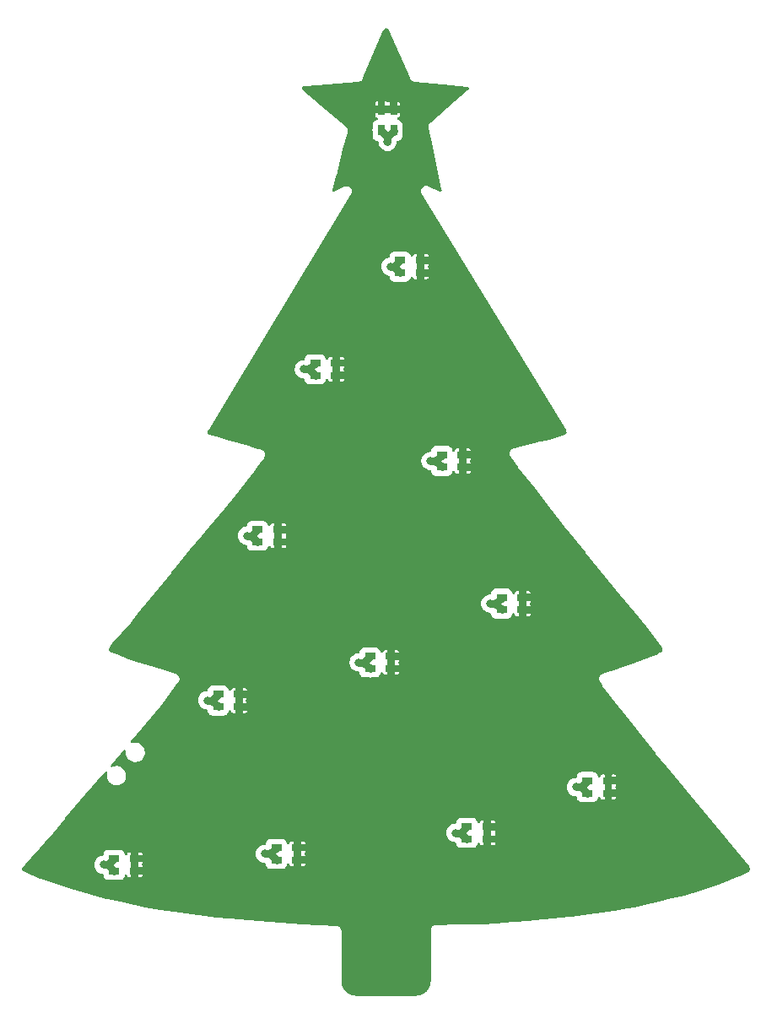
<source format=gbr>
%TF.GenerationSoftware,KiCad,Pcbnew,(6.0.7)*%
%TF.CreationDate,2022-08-02T13:51:54+02:00*%
%TF.ProjectId,LEDChristmasTree-2022,4c454443-6872-4697-9374-6d6173547265,rev?*%
%TF.SameCoordinates,Original*%
%TF.FileFunction,Copper,L1,Top*%
%TF.FilePolarity,Positive*%
%FSLAX46Y46*%
G04 Gerber Fmt 4.6, Leading zero omitted, Abs format (unit mm)*
G04 Created by KiCad (PCBNEW (6.0.7)) date 2022-08-02 13:51:54*
%MOMM*%
%LPD*%
G01*
G04 APERTURE LIST*
%TA.AperFunction,SMDPad,CuDef*%
%ADD10R,1.100000X0.750000*%
%TD*%
%TA.AperFunction,SMDPad,CuDef*%
%ADD11R,0.750000X1.100000*%
%TD*%
%TA.AperFunction,ViaPad*%
%ADD12C,0.800000*%
%TD*%
%TA.AperFunction,Conductor*%
%ADD13C,0.762000*%
%TD*%
G04 APERTURE END LIST*
D10*
%TO.P,D12,1,K*%
%TO.N,GND*%
X128700000Y-108995000D03*
X128700000Y-110245000D03*
%TO.P,D12,2,A*%
%TO.N,Net-(D12-Pad2)*%
X126600000Y-110245000D03*
X126600000Y-108995000D03*
%TD*%
%TO.P,D6,1,K*%
%TO.N,GND*%
X146950000Y-65475000D03*
X146950000Y-66725000D03*
%TO.P,D6,2,A*%
%TO.N,Net-(D6-Pad2)*%
X144850000Y-65475000D03*
X144850000Y-66725000D03*
%TD*%
%TO.P,D8,1,K*%
%TO.N,GND*%
X157150000Y-99275000D03*
X157150000Y-100525000D03*
%TO.P,D8,2,A*%
%TO.N,Net-(D8-Pad2)*%
X155050000Y-100525000D03*
X155050000Y-99275000D03*
%TD*%
%TO.P,D5,1,K*%
%TO.N,GND*%
X153640000Y-122275000D03*
X153640000Y-123525000D03*
%TO.P,D5,2,A*%
%TO.N,Net-(D5-Pad2)*%
X151540000Y-123525000D03*
X151540000Y-122275000D03*
%TD*%
%TO.P,D3,1,K*%
%TO.N,GND*%
X134550000Y-124375000D03*
X134550000Y-125625000D03*
%TO.P,D3,2,A*%
%TO.N,Net-(D3-Pad2)*%
X132450000Y-124375000D03*
X132450000Y-125625000D03*
%TD*%
%TO.P,D10,1,K*%
%TO.N,GND*%
X132640000Y-93725000D03*
X132640000Y-92475000D03*
%TO.P,D10,2,A*%
%TO.N,Net-(D10-Pad2)*%
X130540000Y-92475000D03*
X130540000Y-93725000D03*
%TD*%
%TO.P,D11,1,K*%
%TO.N,GND*%
X138440000Y-77025000D03*
X138440000Y-75775000D03*
%TO.P,D11,2,A*%
%TO.N,Net-(D11-Pad2)*%
X136340000Y-75775000D03*
X136340000Y-77025000D03*
%TD*%
%TO.P,D7,1,K*%
%TO.N,GND*%
X165750000Y-117675000D03*
X165750000Y-118925000D03*
%TO.P,D7,2,A*%
%TO.N,Net-(D7-Pad2)*%
X163650000Y-117675000D03*
X163650000Y-118925000D03*
%TD*%
%TO.P,D1,1,K*%
%TO.N,GND*%
X143950000Y-105175000D03*
X143950000Y-106425000D03*
%TO.P,D1,2,A*%
%TO.N,Net-(D1-Pad2)*%
X141850000Y-105175000D03*
X141850000Y-106425000D03*
%TD*%
%TO.P,D4,1,K*%
%TO.N,GND*%
X151150000Y-86225000D03*
X151150000Y-84975000D03*
%TO.P,D4,2,A*%
%TO.N,Net-(D4-Pad2)*%
X149050000Y-84975000D03*
X149050000Y-86225000D03*
%TD*%
%TO.P,D2,1,K*%
%TO.N,GND*%
X118250000Y-125475000D03*
X118250000Y-126725000D03*
%TO.P,D2,2,A*%
%TO.N,Net-(D2-Pad2)*%
X116150000Y-125475000D03*
X116150000Y-126725000D03*
%TD*%
D11*
%TO.P,D9,1,K*%
%TO.N,GND*%
X144225000Y-50340000D03*
X142975000Y-50340000D03*
%TO.P,D9,2,A*%
%TO.N,Net-(D9-Pad2)*%
X142975000Y-52440000D03*
X144225000Y-52440000D03*
%TD*%
D12*
%TO.N,GND*%
X143600000Y-49200000D03*
X121900000Y-111400000D03*
X166900000Y-118300000D03*
X152000000Y-74700000D03*
X119400000Y-126100000D03*
X135700000Y-125000000D03*
X132900000Y-73500000D03*
X154800000Y-122900000D03*
X133800000Y-93100000D03*
X143690000Y-124420000D03*
X151300000Y-96500000D03*
X148100000Y-66100000D03*
X152300000Y-85600000D03*
X171200000Y-121200000D03*
X157400000Y-115800000D03*
X141400000Y-110300000D03*
X110100000Y-125900000D03*
X159100000Y-126400000D03*
X149600000Y-90600000D03*
X143000000Y-84800000D03*
X129800000Y-109600000D03*
X145100000Y-105800000D03*
X130900000Y-90500000D03*
X159600000Y-105800000D03*
X158300000Y-99900000D03*
X139600000Y-76400000D03*
X140000000Y-79700000D03*
X129600000Y-130500000D03*
%TO.N,Net-(D2-Pad2)*%
X115100000Y-126100000D03*
%TO.N,Net-(D3-Pad2)*%
X131300000Y-125000000D03*
%TO.N,Net-(D1-Pad2)*%
X140700000Y-105800000D03*
%TO.N,Net-(D4-Pad2)*%
X147900000Y-85600000D03*
%TO.N,Net-(D5-Pad2)*%
X150400000Y-122900000D03*
%TO.N,Net-(D6-Pad2)*%
X143900000Y-66100000D03*
%TO.N,Net-(D7-Pad2)*%
X162500000Y-118300000D03*
%TO.N,Net-(D8-Pad2)*%
X153900000Y-99900000D03*
%TO.N,Net-(D9-Pad2)*%
X143600000Y-53600000D03*
%TO.N,Net-(D10-Pad2)*%
X129500000Y-93100000D03*
%TO.N,Net-(D11-Pad2)*%
X135200000Y-76400000D03*
%TO.N,Net-(D12-Pad2)*%
X125500000Y-109600000D03*
%TD*%
D13*
%TO.N,Net-(D2-Pad2)*%
X115525000Y-126100000D02*
X116150000Y-125475000D01*
X115100000Y-126100000D02*
X115525000Y-126100000D01*
X115525000Y-126100000D02*
X116150000Y-126725000D01*
%TO.N,Net-(D3-Pad2)*%
X131825000Y-125000000D02*
X132450000Y-125625000D01*
X131300000Y-125000000D02*
X131825000Y-125000000D01*
X131825000Y-125000000D02*
X132450000Y-124375000D01*
%TO.N,Net-(D1-Pad2)*%
X141225000Y-105800000D02*
X141850000Y-105175000D01*
X140700000Y-105800000D02*
X141225000Y-105800000D01*
X141225000Y-105800000D02*
X141850000Y-106425000D01*
%TO.N,Net-(D4-Pad2)*%
X148425000Y-85600000D02*
X149050000Y-84975000D01*
X147900000Y-85600000D02*
X148425000Y-85600000D01*
X148425000Y-85600000D02*
X149050000Y-86225000D01*
%TO.N,Net-(D5-Pad2)*%
X150925000Y-122900000D02*
X151550000Y-122275000D01*
X150925000Y-122900000D02*
X151550000Y-123525000D01*
X150400000Y-122900000D02*
X150925000Y-122900000D01*
%TO.N,Net-(D6-Pad2)*%
X144225000Y-66100000D02*
X144850000Y-65475000D01*
X143900000Y-66100000D02*
X144225000Y-66100000D01*
X144225000Y-66100000D02*
X144850000Y-66725000D01*
%TO.N,Net-(D7-Pad2)*%
X163025000Y-118300000D02*
X163650000Y-117675000D01*
X163025000Y-118300000D02*
X163650000Y-118925000D01*
X162500000Y-118300000D02*
X163025000Y-118300000D01*
%TO.N,Net-(D8-Pad2)*%
X153900000Y-99900000D02*
X154425000Y-99900000D01*
X154425000Y-99900000D02*
X155050000Y-100525000D01*
X154425000Y-99900000D02*
X155050000Y-99275000D01*
%TO.N,Net-(D9-Pad2)*%
X143600000Y-53600000D02*
X143600000Y-53075000D01*
X143600000Y-53075000D02*
X144225000Y-52450000D01*
X143600000Y-53075000D02*
X142975000Y-52450000D01*
%TO.N,Net-(D10-Pad2)*%
X129925000Y-93100000D02*
X130550000Y-92475000D01*
X129925000Y-93100000D02*
X130550000Y-93725000D01*
X129500000Y-93100000D02*
X129925000Y-93100000D01*
%TO.N,Net-(D11-Pad2)*%
X135725000Y-76400000D02*
X136350000Y-75775000D01*
X135725000Y-76400000D02*
X136350000Y-77025000D01*
X135200000Y-76400000D02*
X135725000Y-76400000D01*
%TO.N,Net-(D12-Pad2)*%
X125500000Y-109600000D02*
X126000000Y-109600000D01*
X125950000Y-109600000D02*
X126600000Y-110250000D01*
X125500000Y-109600000D02*
X125950000Y-109600000D01*
X126000000Y-109600000D02*
X126600000Y-109000000D01*
%TD*%
%TA.AperFunction,Conductor*%
%TO.N,GND*%
G36*
X143519986Y-42206154D02*
G01*
X143571860Y-42221912D01*
X143610191Y-42241191D01*
X143653766Y-42273439D01*
X143683407Y-42304464D01*
X143707112Y-42339755D01*
X143716653Y-42357226D01*
X143718478Y-42363924D01*
X143723174Y-42371576D01*
X143723175Y-42371578D01*
X143734378Y-42389832D01*
X143742247Y-42404828D01*
X145855518Y-47189042D01*
X145859619Y-47199585D01*
X145861709Y-47205763D01*
X145863349Y-47214584D01*
X145867400Y-47222591D01*
X145867400Y-47222592D01*
X145889061Y-47265408D01*
X145891879Y-47271360D01*
X145899610Y-47288861D01*
X145901978Y-47292654D01*
X145901982Y-47292661D01*
X145903553Y-47295177D01*
X145909101Y-47305021D01*
X145929103Y-47344556D01*
X145936539Y-47352493D01*
X145951461Y-47371899D01*
X145957222Y-47381124D01*
X145963923Y-47387098D01*
X145990302Y-47410616D01*
X145998399Y-47418516D01*
X146022555Y-47444297D01*
X146022559Y-47444300D01*
X146028693Y-47450847D01*
X146038058Y-47456378D01*
X146057825Y-47470815D01*
X146059245Y-47472081D01*
X146059250Y-47472084D01*
X146065945Y-47478053D01*
X146074045Y-47481902D01*
X146074052Y-47481907D01*
X146105967Y-47497074D01*
X146115956Y-47502383D01*
X146146379Y-47520350D01*
X146146384Y-47520352D01*
X146154112Y-47524916D01*
X146162815Y-47527129D01*
X146162816Y-47527129D01*
X146164651Y-47527596D01*
X146187681Y-47535906D01*
X146197502Y-47540573D01*
X146241259Y-47547596D01*
X146252336Y-47549889D01*
X146257863Y-47551294D01*
X146257865Y-47551294D01*
X146262580Y-47552493D01*
X146267418Y-47552952D01*
X146267421Y-47552952D01*
X146275780Y-47553744D01*
X146280966Y-47554235D01*
X146289032Y-47555263D01*
X146341320Y-47563656D01*
X146350224Y-47562534D01*
X146359200Y-47562686D01*
X146359194Y-47563054D01*
X146371918Y-47562857D01*
X149152357Y-47826400D01*
X151609853Y-48059333D01*
X151650883Y-48070423D01*
X151654399Y-48072050D01*
X151659138Y-48074243D01*
X151697908Y-48102169D01*
X151713717Y-48118943D01*
X151739306Y-48159308D01*
X151747731Y-48180763D01*
X151756446Y-48227752D01*
X151756275Y-48250805D01*
X151746864Y-48297658D01*
X151741191Y-48311499D01*
X151738123Y-48318983D01*
X151711941Y-48358961D01*
X151701427Y-48369790D01*
X151685863Y-48382863D01*
X151681142Y-48385172D01*
X151674510Y-48391220D01*
X151674507Y-48391222D01*
X151631091Y-48430815D01*
X151629036Y-48432649D01*
X150350597Y-49548316D01*
X147949969Y-51643295D01*
X147920400Y-51669099D01*
X147911142Y-51675480D01*
X147911560Y-51676050D01*
X147904316Y-51681357D01*
X147896398Y-51685581D01*
X147856762Y-51724363D01*
X147851502Y-51729224D01*
X147844440Y-51735388D01*
X147838144Y-51740882D01*
X147835224Y-51744271D01*
X147835218Y-51744278D01*
X147832344Y-51747615D01*
X147824999Y-51755441D01*
X147800224Y-51779684D01*
X147792288Y-51787449D01*
X147787892Y-51795275D01*
X147787681Y-51795650D01*
X147773304Y-51816158D01*
X147773020Y-51816488D01*
X147773015Y-51816495D01*
X147767157Y-51823297D01*
X147763443Y-51831470D01*
X147748222Y-51864962D01*
X147743368Y-51874538D01*
X147720953Y-51914443D01*
X147718931Y-51923185D01*
X147718930Y-51923187D01*
X147718834Y-51923604D01*
X147710783Y-51947346D01*
X147706894Y-51955904D01*
X147705624Y-51964787D01*
X147700414Y-52001212D01*
X147698442Y-52011766D01*
X147688129Y-52056354D01*
X147688642Y-52065315D01*
X147688666Y-52065742D01*
X147687603Y-52090776D01*
X147687542Y-52091204D01*
X147686271Y-52100094D01*
X147687545Y-52108978D01*
X147687545Y-52108980D01*
X147692768Y-52145402D01*
X147693838Y-52156087D01*
X147694525Y-52168090D01*
X147695547Y-52172845D01*
X147695548Y-52172855D01*
X147698108Y-52184771D01*
X147699643Y-52193350D01*
X147706946Y-52244277D01*
X147710662Y-52252446D01*
X147713183Y-52261062D01*
X147713016Y-52261111D01*
X147717288Y-52274034D01*
X148117558Y-54136944D01*
X149031068Y-58388540D01*
X149031574Y-58391022D01*
X149034647Y-58406904D01*
X149035209Y-58409808D01*
X149028508Y-58480487D01*
X148984659Y-58536325D01*
X148917583Y-58559591D01*
X148863244Y-58550130D01*
X147729675Y-58080119D01*
X147709085Y-58069013D01*
X147707704Y-58068339D01*
X147700276Y-58063299D01*
X147691739Y-58060548D01*
X147691734Y-58060546D01*
X147664367Y-58051729D01*
X147655051Y-58048728D01*
X147645442Y-58045193D01*
X147636033Y-58041292D01*
X147619932Y-58037167D01*
X147612561Y-58035037D01*
X147570182Y-58021382D01*
X147561638Y-58018629D01*
X147552664Y-58018385D01*
X147546043Y-58017252D01*
X147539362Y-58016524D01*
X147530664Y-58014295D01*
X147521694Y-58014597D01*
X147521692Y-58014597D01*
X147477173Y-58016097D01*
X147469504Y-58016121D01*
X147425006Y-58014910D01*
X147425005Y-58014910D01*
X147416034Y-58014666D01*
X147407358Y-58016949D01*
X147400681Y-58017720D01*
X147394056Y-58018898D01*
X147385089Y-58019200D01*
X147376565Y-58022007D01*
X147376562Y-58022008D01*
X147334268Y-58035938D01*
X147326913Y-58038115D01*
X147310417Y-58042455D01*
X147275170Y-58051729D01*
X147267477Y-58056359D01*
X147261294Y-58058970D01*
X147255271Y-58061957D01*
X147246742Y-58064766D01*
X147232221Y-58074757D01*
X147202655Y-58095099D01*
X147196208Y-58099251D01*
X147150371Y-58126838D01*
X147144289Y-58133438D01*
X147139068Y-58137695D01*
X147134137Y-58142242D01*
X147126744Y-58147329D01*
X147121072Y-58154291D01*
X147092947Y-58188811D01*
X147087926Y-58194605D01*
X147051668Y-58233955D01*
X147047680Y-58242003D01*
X147043877Y-58247535D01*
X147040414Y-58253293D01*
X147034743Y-58260254D01*
X147031254Y-58268525D01*
X147031253Y-58268527D01*
X147013948Y-58309551D01*
X147010754Y-58316523D01*
X146986997Y-58364468D01*
X146985429Y-58373309D01*
X146983327Y-58379697D01*
X146981621Y-58386192D01*
X146978133Y-58394461D01*
X146977106Y-58403376D01*
X146977106Y-58403377D01*
X146972012Y-58447602D01*
X146970903Y-58455190D01*
X146963124Y-58499045D01*
X146961556Y-58507886D01*
X146962532Y-58516810D01*
X146962308Y-58523525D01*
X146962493Y-58530250D01*
X146961467Y-58539162D01*
X146962983Y-58548003D01*
X146962983Y-58548007D01*
X146970509Y-58591898D01*
X146971574Y-58599492D01*
X146973971Y-58621405D01*
X146977391Y-58652681D01*
X146980833Y-58660973D01*
X146982503Y-58667483D01*
X146984566Y-58673879D01*
X146986083Y-58682724D01*
X146990021Y-58690787D01*
X146990021Y-58690788D01*
X147009558Y-58730793D01*
X147012709Y-58737774D01*
X147020294Y-58756050D01*
X147022830Y-58760207D01*
X147022834Y-58760214D01*
X147025233Y-58764146D01*
X147030891Y-58774476D01*
X147046060Y-58805536D01*
X147050002Y-58813607D01*
X147058276Y-58822691D01*
X147072681Y-58841904D01*
X161505533Y-82495053D01*
X161515666Y-82515685D01*
X161520996Y-82529626D01*
X161526429Y-82536778D01*
X161530788Y-82544618D01*
X161530497Y-82544780D01*
X161541079Y-82563417D01*
X161544823Y-82572705D01*
X161554667Y-82597129D01*
X161555403Y-82598956D01*
X161563775Y-82632217D01*
X161569745Y-82686234D01*
X161568839Y-82720513D01*
X161560024Y-82774139D01*
X161549908Y-82806907D01*
X161526958Y-82856173D01*
X161508382Y-82884999D01*
X161472996Y-82926253D01*
X161447342Y-82948996D01*
X161417673Y-82968810D01*
X161401370Y-82978022D01*
X161399728Y-82978795D01*
X161391147Y-82981429D01*
X161386682Y-82984369D01*
X161381177Y-82986577D01*
X161149107Y-83064276D01*
X161144899Y-83065604D01*
X159826658Y-83456194D01*
X159818196Y-83458385D01*
X158975937Y-83645554D01*
X158968522Y-83646757D01*
X158968528Y-83646790D01*
X158963742Y-83647661D01*
X158958900Y-83648161D01*
X158954196Y-83649399D01*
X158954190Y-83649400D01*
X158932418Y-83655129D01*
X158927689Y-83656276D01*
X158923689Y-83657165D01*
X158904047Y-83661530D01*
X158899857Y-83663112D01*
X158897182Y-83663909D01*
X158888395Y-83666715D01*
X157977840Y-83906334D01*
X157974958Y-83907057D01*
X156966532Y-84147158D01*
X156953973Y-84149428D01*
X156953222Y-84149581D01*
X156948394Y-84150182D01*
X156943726Y-84151516D01*
X156943715Y-84151518D01*
X156923905Y-84157179D01*
X156918469Y-84158602D01*
X156901075Y-84162743D01*
X156901067Y-84162745D01*
X156896701Y-84163785D01*
X156891728Y-84165748D01*
X156880089Y-84169698D01*
X156664280Y-84231358D01*
X156279962Y-84341163D01*
X156268823Y-84343805D01*
X156263254Y-84344861D01*
X156254286Y-84345266D01*
X156245790Y-84348173D01*
X156245789Y-84348173D01*
X156200066Y-84363817D01*
X156193891Y-84365754D01*
X156179511Y-84369862D01*
X156179495Y-84369868D01*
X156175196Y-84371096D01*
X156171108Y-84372924D01*
X156171106Y-84372925D01*
X156168723Y-84373991D01*
X156158090Y-84378179D01*
X156116471Y-84392418D01*
X156107310Y-84398878D01*
X156086147Y-84410920D01*
X156084102Y-84411835D01*
X156084099Y-84411837D01*
X156075901Y-84415503D01*
X156069064Y-84421321D01*
X156069062Y-84421322D01*
X156042408Y-84444003D01*
X156033362Y-84451017D01*
X156004768Y-84471179D01*
X155997429Y-84476354D01*
X155990486Y-84485079D01*
X155990446Y-84485129D01*
X155973510Y-84502631D01*
X155964970Y-84509898D01*
X155945718Y-84539202D01*
X155940829Y-84546643D01*
X155934116Y-84555914D01*
X155906731Y-84590327D01*
X155902782Y-84600000D01*
X155902495Y-84600702D01*
X155891149Y-84622260D01*
X155884991Y-84631633D01*
X155882365Y-84640220D01*
X155872129Y-84673689D01*
X155868293Y-84684458D01*
X155851667Y-84725176D01*
X155850743Y-84734101D01*
X155850742Y-84734104D01*
X155850512Y-84736328D01*
X155845674Y-84760196D01*
X155842393Y-84770923D01*
X155841927Y-84808882D01*
X155841853Y-84814889D01*
X155841194Y-84826310D01*
X155836663Y-84870058D01*
X155838686Y-84881092D01*
X155840740Y-84905352D01*
X155840602Y-84916570D01*
X155843015Y-84925216D01*
X155843016Y-84925221D01*
X155852425Y-84958930D01*
X155854999Y-84970085D01*
X155862926Y-85013329D01*
X155866958Y-85021349D01*
X155866959Y-85021353D01*
X155867962Y-85023349D01*
X155876745Y-85046059D01*
X155879761Y-85056865D01*
X155899922Y-85089260D01*
X155902996Y-85094200D01*
X155908595Y-85104182D01*
X155913191Y-85113324D01*
X155924136Y-85128647D01*
X155928553Y-85135265D01*
X155956723Y-85180530D01*
X155963414Y-85186514D01*
X155969190Y-85193386D01*
X155968873Y-85193653D01*
X155977225Y-85202972D01*
X155997408Y-85231228D01*
X156667534Y-86169405D01*
X156674331Y-86180003D01*
X156675759Y-86182495D01*
X156678182Y-86186724D01*
X156689796Y-86201242D01*
X156692116Y-86204142D01*
X156696252Y-86209612D01*
X156704836Y-86221628D01*
X156707439Y-86225272D01*
X156713363Y-86231475D01*
X156720619Y-86239771D01*
X158376798Y-88309995D01*
X158896745Y-88959929D01*
X158899156Y-88963041D01*
X159919930Y-90324073D01*
X159920897Y-90325460D01*
X159921735Y-90327002D01*
X159937494Y-90347652D01*
X159944109Y-90356321D01*
X159944741Y-90357156D01*
X159962419Y-90380725D01*
X159965108Y-90384310D01*
X159966346Y-90385547D01*
X159967435Y-90386885D01*
X161372533Y-92228049D01*
X161376320Y-92233678D01*
X161376416Y-92233611D01*
X161379208Y-92237609D01*
X161381675Y-92241797D01*
X161384757Y-92245555D01*
X161384758Y-92245557D01*
X161399748Y-92263837D01*
X161402481Y-92267292D01*
X161415189Y-92283945D01*
X161415202Y-92283960D01*
X161417919Y-92287520D01*
X161421116Y-92290661D01*
X161424087Y-92294028D01*
X161424056Y-92294056D01*
X161428647Y-92299079D01*
X163431843Y-94742001D01*
X163432061Y-94742288D01*
X163432291Y-94742678D01*
X163457136Y-94772847D01*
X163479946Y-94800664D01*
X163480277Y-94800967D01*
X163480530Y-94801255D01*
X166962890Y-99029834D01*
X168354610Y-100719780D01*
X168355736Y-100721167D01*
X169549050Y-102212808D01*
X169550573Y-102214751D01*
X171104205Y-104236753D01*
X171114856Y-104253091D01*
X171126287Y-104274005D01*
X171132628Y-104280356D01*
X171138007Y-104287543D01*
X171137669Y-104287796D01*
X171150631Y-104304869D01*
X171172971Y-104344418D01*
X171173748Y-104345794D01*
X171186626Y-104378636D01*
X171201083Y-104439493D01*
X171204351Y-104474618D01*
X171201368Y-104537095D01*
X171194767Y-104571756D01*
X171174579Y-104630953D01*
X171158628Y-104662421D01*
X171122820Y-104713699D01*
X171098769Y-104739511D01*
X171064522Y-104767220D01*
X171048698Y-104778137D01*
X171047294Y-104778955D01*
X171038977Y-104782328D01*
X171031941Y-104787900D01*
X171028342Y-104789997D01*
X171011308Y-104800836D01*
X170956866Y-104828056D01*
X170547341Y-105032810D01*
X170537334Y-105037280D01*
X168432059Y-105869597D01*
X168424431Y-105872332D01*
X166931167Y-106354031D01*
X166925137Y-106355811D01*
X166922901Y-106356411D01*
X166918117Y-106357305D01*
X166913536Y-106358922D01*
X166913524Y-106358925D01*
X166888907Y-106367614D01*
X166885694Y-106368700D01*
X166859139Y-106377266D01*
X166855103Y-106379237D01*
X166851511Y-106380685D01*
X166846343Y-106382637D01*
X165202634Y-106962770D01*
X165194081Y-106965450D01*
X165187886Y-106967151D01*
X165153762Y-106976522D01*
X165153761Y-106976522D01*
X165145107Y-106978899D01*
X165102271Y-107005309D01*
X165094517Y-107009717D01*
X165057879Y-107028862D01*
X165057874Y-107028866D01*
X165049926Y-107033019D01*
X165043462Y-107039237D01*
X165036170Y-107044485D01*
X165036098Y-107044384D01*
X165035577Y-107044787D01*
X165035657Y-107044883D01*
X165028759Y-107050631D01*
X165021120Y-107055341D01*
X165015110Y-107062006D01*
X165015108Y-107062007D01*
X164987428Y-107092700D01*
X164981214Y-107099118D01*
X164951421Y-107127779D01*
X164951419Y-107127782D01*
X164944955Y-107134000D01*
X164940494Y-107141787D01*
X164934973Y-107148864D01*
X164934875Y-107148787D01*
X164934488Y-107149322D01*
X164934591Y-107149391D01*
X164929585Y-107156842D01*
X164923572Y-107163510D01*
X164902982Y-107206209D01*
X164901727Y-107208811D01*
X164897561Y-107216720D01*
X164877009Y-107252591D01*
X164877007Y-107252596D01*
X164872545Y-107260384D01*
X164870448Y-107269113D01*
X164867136Y-107277452D01*
X164867021Y-107277406D01*
X164866799Y-107278028D01*
X164866917Y-107278065D01*
X164864203Y-107286624D01*
X164860304Y-107294710D01*
X164853686Y-107334495D01*
X164852051Y-107344326D01*
X164850276Y-107353072D01*
X164838517Y-107402011D01*
X164838954Y-107410976D01*
X164838115Y-107419915D01*
X164837992Y-107419903D01*
X164837954Y-107420560D01*
X164838078Y-107420563D01*
X164837875Y-107429542D01*
X164836403Y-107438393D01*
X164837474Y-107447302D01*
X164837474Y-107447306D01*
X164842405Y-107488320D01*
X164843157Y-107497225D01*
X164843746Y-107509315D01*
X164845607Y-107547496D01*
X164848543Y-107555980D01*
X164850246Y-107564789D01*
X164850124Y-107564813D01*
X164850273Y-107565461D01*
X164850394Y-107565429D01*
X164852718Y-107574099D01*
X164853789Y-107583009D01*
X164857317Y-107591258D01*
X164857318Y-107591263D01*
X164873572Y-107629270D01*
X164876791Y-107637603D01*
X164888010Y-107670019D01*
X164893245Y-107685144D01*
X164922192Y-107725890D01*
X164924960Y-107729787D01*
X164929080Y-107735965D01*
X164971584Y-107803971D01*
X165156170Y-108099309D01*
X165160770Y-108107307D01*
X165166144Y-108117496D01*
X165168414Y-108121800D01*
X165176701Y-108132936D01*
X165182442Y-108141342D01*
X165188145Y-108150467D01*
X165199264Y-108163646D01*
X165204030Y-108169659D01*
X166769702Y-110273531D01*
X166773714Y-110279635D01*
X166773761Y-110279603D01*
X166776511Y-110283622D01*
X166778942Y-110287839D01*
X166781991Y-110291630D01*
X166781992Y-110291631D01*
X166796271Y-110309383D01*
X166799171Y-110313131D01*
X166811176Y-110329262D01*
X166811180Y-110329267D01*
X166813863Y-110332872D01*
X166817030Y-110336060D01*
X166819539Y-110338974D01*
X166824835Y-110344895D01*
X170479600Y-114888657D01*
X170481184Y-114890763D01*
X170482471Y-114892935D01*
X170485570Y-114896693D01*
X170505235Y-114920542D01*
X170506202Y-114921730D01*
X170523846Y-114943666D01*
X170526655Y-114947158D01*
X170528496Y-114948877D01*
X170530266Y-114950900D01*
X171624639Y-116278118D01*
X179869185Y-126276823D01*
X179882540Y-126296562D01*
X179884356Y-126299886D01*
X179884358Y-126299889D01*
X179888660Y-126307762D01*
X179895000Y-126314112D01*
X179900380Y-126321303D01*
X179900042Y-126321556D01*
X179913002Y-126338627D01*
X179926914Y-126363261D01*
X179936107Y-126379539D01*
X179948984Y-126412386D01*
X179961706Y-126465957D01*
X179963431Y-126473222D01*
X179966696Y-126508353D01*
X179963709Y-126570809D01*
X179957106Y-126605468D01*
X179936920Y-126664646D01*
X179920967Y-126696115D01*
X179885163Y-126747379D01*
X179861112Y-126773189D01*
X179826199Y-126801434D01*
X179810372Y-126812351D01*
X179809722Y-126812730D01*
X179801400Y-126816104D01*
X179794817Y-126821316D01*
X179784933Y-126826422D01*
X179118266Y-127129023D01*
X178449577Y-127432541D01*
X178445675Y-127434233D01*
X177023757Y-128022612D01*
X177016446Y-128025375D01*
X175301720Y-128613282D01*
X175295059Y-128615362D01*
X173369704Y-129158410D01*
X173366623Y-129159237D01*
X172100899Y-129481873D01*
X170834523Y-129804675D01*
X170830510Y-129805628D01*
X169727192Y-130048358D01*
X168346692Y-130352068D01*
X168344330Y-130352564D01*
X167690062Y-130483418D01*
X166370978Y-130747235D01*
X166362727Y-130748601D01*
X164486541Y-130995467D01*
X164485454Y-130995606D01*
X162041676Y-131294844D01*
X162040435Y-131294988D01*
X160845490Y-131427761D01*
X160249093Y-131494027D01*
X160247013Y-131494241D01*
X159154780Y-131597282D01*
X157606728Y-131743324D01*
X157605032Y-131743472D01*
X155120303Y-131942251D01*
X155115986Y-131942522D01*
X154676229Y-131962510D01*
X152930672Y-132041853D01*
X152929149Y-132041913D01*
X151667088Y-132083982D01*
X151438413Y-132091604D01*
X151436331Y-132091657D01*
X150689644Y-132104102D01*
X148450518Y-132141420D01*
X148447649Y-132141435D01*
X148419478Y-132141263D01*
X148380279Y-132141024D01*
X148371648Y-132143491D01*
X148371647Y-132143491D01*
X148346748Y-132150607D01*
X148332061Y-132153870D01*
X148306486Y-132157969D01*
X148306482Y-132157970D01*
X148297616Y-132159391D01*
X148279214Y-132168131D01*
X148259799Y-132175458D01*
X148240229Y-132181051D01*
X148232638Y-132185840D01*
X148232637Y-132185841D01*
X148210739Y-132199658D01*
X148197559Y-132206912D01*
X148166044Y-132221880D01*
X148159345Y-132227850D01*
X148150845Y-132235424D01*
X148134254Y-132247916D01*
X148117042Y-132258776D01*
X148093948Y-132284925D01*
X148083346Y-132295574D01*
X148057299Y-132318785D01*
X148052543Y-132326398D01*
X148046511Y-132336052D01*
X148034096Y-132352693D01*
X148026567Y-132361218D01*
X148026563Y-132361224D01*
X148020622Y-132367951D01*
X148016807Y-132376076D01*
X148016806Y-132376078D01*
X148005801Y-132399519D01*
X147998610Y-132412724D01*
X147980122Y-132442316D01*
X147977693Y-132450961D01*
X147974614Y-132461918D01*
X147967365Y-132481385D01*
X147958719Y-132499800D01*
X147954683Y-132525719D01*
X147953353Y-132534263D01*
X147950155Y-132548962D01*
X147947093Y-132559861D01*
X147940719Y-132582543D01*
X147940814Y-132591519D01*
X147941493Y-132655841D01*
X147941500Y-132657171D01*
X147941500Y-137700633D01*
X147940000Y-137720018D01*
X147937690Y-137734851D01*
X147937690Y-137734855D01*
X147936309Y-137743724D01*
X147938136Y-137757693D01*
X147938304Y-137758976D01*
X147939047Y-137784305D01*
X147926962Y-137953279D01*
X147924404Y-137971064D01*
X147906598Y-138052919D01*
X147883001Y-138161392D01*
X147877937Y-138178641D01*
X147809864Y-138361150D01*
X147802396Y-138377502D01*
X147709048Y-138548458D01*
X147699328Y-138563582D01*
X147582598Y-138719514D01*
X147570825Y-138733100D01*
X147433100Y-138870825D01*
X147419514Y-138882598D01*
X147263582Y-138999328D01*
X147248458Y-139009048D01*
X147077502Y-139102396D01*
X147061150Y-139109864D01*
X146878641Y-139177937D01*
X146861393Y-139183001D01*
X146671064Y-139224404D01*
X146653285Y-139226961D01*
X146491395Y-139238540D01*
X146473435Y-139237793D01*
X146465155Y-139237692D01*
X146456276Y-139236309D01*
X146424714Y-139240436D01*
X146408379Y-139241500D01*
X140499367Y-139241500D01*
X140479982Y-139240000D01*
X140465149Y-139237690D01*
X140465145Y-139237690D01*
X140456276Y-139236309D01*
X140441019Y-139238304D01*
X140415698Y-139239047D01*
X140246715Y-139226961D01*
X140228936Y-139224404D01*
X140038607Y-139183001D01*
X140021359Y-139177937D01*
X139838850Y-139109864D01*
X139822498Y-139102396D01*
X139651542Y-139009048D01*
X139636418Y-138999328D01*
X139480486Y-138882598D01*
X139466900Y-138870825D01*
X139329175Y-138733100D01*
X139317402Y-138719514D01*
X139200672Y-138563582D01*
X139190952Y-138548458D01*
X139097604Y-138377502D01*
X139090136Y-138361150D01*
X139022063Y-138178641D01*
X139016999Y-138161392D01*
X138993402Y-138052919D01*
X138975596Y-137971064D01*
X138973038Y-137953278D01*
X138961719Y-137795012D01*
X138962805Y-137772245D01*
X138962334Y-137772203D01*
X138962770Y-137767345D01*
X138963576Y-137762552D01*
X138963729Y-137750000D01*
X138959773Y-137722376D01*
X138958500Y-137704514D01*
X138958500Y-132770951D01*
X138958758Y-132762890D01*
X138961584Y-132718812D01*
X138961584Y-132718809D01*
X138962158Y-132709852D01*
X138951658Y-132662999D01*
X138949889Y-132653358D01*
X138943080Y-132605813D01*
X138939364Y-132597640D01*
X138938021Y-132593048D01*
X138933973Y-132580977D01*
X138932266Y-132576479D01*
X138930303Y-132567720D01*
X138925959Y-132559861D01*
X138907087Y-132525719D01*
X138902660Y-132516916D01*
X138899324Y-132509578D01*
X138882792Y-132473218D01*
X138876929Y-132466414D01*
X138874347Y-132462377D01*
X138867070Y-132451921D01*
X138864179Y-132448096D01*
X138859838Y-132440242D01*
X138825751Y-132406429D01*
X138819047Y-132399238D01*
X138793574Y-132369675D01*
X138787713Y-132362873D01*
X138780179Y-132357990D01*
X138776563Y-132354835D01*
X138766634Y-132346836D01*
X138762797Y-132343984D01*
X138756426Y-132337665D01*
X138748540Y-132333389D01*
X138748536Y-132333386D01*
X138714234Y-132314787D01*
X138705778Y-132309765D01*
X138665485Y-132283648D01*
X138656881Y-132281075D01*
X138652542Y-132279070D01*
X138640750Y-132274172D01*
X138636270Y-132272513D01*
X138628380Y-132268235D01*
X138619609Y-132266344D01*
X138619607Y-132266343D01*
X138581461Y-132258118D01*
X138571919Y-132255666D01*
X138534538Y-132244487D01*
X138525934Y-132241914D01*
X138516958Y-132241859D01*
X138516957Y-132241859D01*
X138484187Y-132241659D01*
X138468754Y-132241565D01*
X138462238Y-132241356D01*
X135033015Y-132042560D01*
X135031696Y-132042475D01*
X130739398Y-131743013D01*
X130737830Y-131742894D01*
X127717307Y-131494145D01*
X126505084Y-131394315D01*
X126499798Y-131393767D01*
X126493664Y-131393000D01*
X122127668Y-130847252D01*
X122121920Y-130846397D01*
X120806152Y-130619541D01*
X119250959Y-130351404D01*
X119245203Y-130350273D01*
X116778297Y-129805632D01*
X115424771Y-129506802D01*
X115418817Y-129505333D01*
X112150792Y-128614053D01*
X112144100Y-128612027D01*
X110375854Y-128022612D01*
X108733867Y-127475283D01*
X108724846Y-127471886D01*
X107050748Y-126767249D01*
X107009000Y-126738652D01*
X107006227Y-126735781D01*
X106984854Y-126705966D01*
X106972250Y-126681509D01*
X106960086Y-126657905D01*
X106948206Y-126623184D01*
X106938339Y-126570022D01*
X106936969Y-126533348D01*
X106942841Y-126479599D01*
X106952100Y-126444079D01*
X106962527Y-126419498D01*
X106984303Y-126385044D01*
X107237395Y-126100000D01*
X114186496Y-126100000D01*
X114187186Y-126106565D01*
X114205081Y-126276823D01*
X114206458Y-126289928D01*
X114265473Y-126471556D01*
X114268776Y-126477278D01*
X114268777Y-126477279D01*
X114287698Y-126510051D01*
X114360960Y-126636944D01*
X114365378Y-126641851D01*
X114365379Y-126641852D01*
X114473547Y-126761985D01*
X114488747Y-126778866D01*
X114643248Y-126891118D01*
X114649276Y-126893802D01*
X114649278Y-126893803D01*
X114811681Y-126966109D01*
X114817712Y-126968794D01*
X114954172Y-126997800D01*
X114991697Y-127005776D01*
X115054171Y-127039505D01*
X115088492Y-127101654D01*
X115091500Y-127129023D01*
X115091500Y-127148134D01*
X115098255Y-127210316D01*
X115149385Y-127346705D01*
X115236739Y-127463261D01*
X115353295Y-127550615D01*
X115489684Y-127601745D01*
X115551866Y-127608500D01*
X116008928Y-127608500D01*
X116015522Y-127608673D01*
X116190217Y-127617829D01*
X116190222Y-127617829D01*
X116196809Y-127618174D01*
X116203324Y-127617142D01*
X116203326Y-127617142D01*
X116248095Y-127610051D01*
X116267806Y-127608500D01*
X116748134Y-127608500D01*
X116810316Y-127601745D01*
X116946705Y-127550615D01*
X117063261Y-127463261D01*
X117150615Y-127346705D01*
X117201745Y-127210316D01*
X117205347Y-127177157D01*
X117232588Y-127111595D01*
X117290951Y-127071168D01*
X117361905Y-127068712D01*
X117422923Y-127105007D01*
X117454189Y-127166184D01*
X117458316Y-127186931D01*
X117467633Y-127209427D01*
X117509983Y-127272808D01*
X117527192Y-127290017D01*
X117590575Y-127332368D01*
X117613066Y-127341684D01*
X117668915Y-127352793D01*
X117681170Y-127354000D01*
X117856885Y-127354000D01*
X117872124Y-127349525D01*
X117873329Y-127348135D01*
X117875000Y-127340452D01*
X117875000Y-127335884D01*
X118625000Y-127335884D01*
X118629475Y-127351123D01*
X118630865Y-127352328D01*
X118638548Y-127353999D01*
X118818828Y-127353999D01*
X118831088Y-127352791D01*
X118886931Y-127341685D01*
X118909427Y-127332367D01*
X118972808Y-127290017D01*
X118990017Y-127272808D01*
X119032368Y-127209425D01*
X119041684Y-127186934D01*
X119052793Y-127131085D01*
X119054000Y-127118830D01*
X119054000Y-127118115D01*
X119049525Y-127102876D01*
X119048135Y-127101671D01*
X119040452Y-127100000D01*
X118643115Y-127100000D01*
X118627876Y-127104475D01*
X118626671Y-127105865D01*
X118625000Y-127113548D01*
X118625000Y-127335884D01*
X117875000Y-127335884D01*
X117875000Y-126331885D01*
X118625000Y-126331885D01*
X118629475Y-126347124D01*
X118630865Y-126348329D01*
X118638548Y-126350000D01*
X119035884Y-126350000D01*
X119051123Y-126345525D01*
X119052328Y-126344135D01*
X119053999Y-126336452D01*
X119053999Y-126331172D01*
X119052791Y-126318912D01*
X119041685Y-126263069D01*
X119032367Y-126240573D01*
X118985213Y-126170002D01*
X118963998Y-126102249D01*
X118985213Y-126029998D01*
X119032368Y-125959426D01*
X119041684Y-125936934D01*
X119052793Y-125881085D01*
X119054000Y-125868830D01*
X119054000Y-125868115D01*
X119049525Y-125852876D01*
X119048135Y-125851671D01*
X119040452Y-125850000D01*
X118643115Y-125850000D01*
X118627876Y-125854475D01*
X118626671Y-125855865D01*
X118625000Y-125863548D01*
X118625000Y-126331885D01*
X117875000Y-126331885D01*
X117875000Y-125081885D01*
X118625000Y-125081885D01*
X118629475Y-125097124D01*
X118630865Y-125098329D01*
X118638548Y-125100000D01*
X119035884Y-125100000D01*
X119051123Y-125095525D01*
X119052328Y-125094135D01*
X119053999Y-125086452D01*
X119053999Y-125081172D01*
X119052791Y-125068912D01*
X119041685Y-125013069D01*
X119036272Y-125000000D01*
X130386496Y-125000000D01*
X130387186Y-125006565D01*
X130401271Y-125140573D01*
X130406458Y-125189928D01*
X130465473Y-125371556D01*
X130560960Y-125536944D01*
X130688747Y-125678866D01*
X130843248Y-125791118D01*
X130849276Y-125793802D01*
X130849278Y-125793803D01*
X131011681Y-125866109D01*
X131017712Y-125868794D01*
X131111112Y-125888647D01*
X131198056Y-125907128D01*
X131198061Y-125907128D01*
X131204513Y-125908500D01*
X131265500Y-125908500D01*
X131333621Y-125928502D01*
X131380114Y-125982158D01*
X131391500Y-126034500D01*
X131391500Y-126048134D01*
X131398255Y-126110316D01*
X131449385Y-126246705D01*
X131536739Y-126363261D01*
X131653295Y-126450615D01*
X131789684Y-126501745D01*
X131851866Y-126508500D01*
X132308928Y-126508500D01*
X132315522Y-126508673D01*
X132490217Y-126517829D01*
X132490222Y-126517829D01*
X132496809Y-126518174D01*
X132503324Y-126517142D01*
X132503326Y-126517142D01*
X132548095Y-126510051D01*
X132567806Y-126508500D01*
X133048134Y-126508500D01*
X133110316Y-126501745D01*
X133246705Y-126450615D01*
X133363261Y-126363261D01*
X133450615Y-126246705D01*
X133501745Y-126110316D01*
X133505347Y-126077157D01*
X133532588Y-126011595D01*
X133590951Y-125971168D01*
X133661905Y-125968712D01*
X133722923Y-126005007D01*
X133754189Y-126066184D01*
X133758316Y-126086931D01*
X133767633Y-126109427D01*
X133809983Y-126172808D01*
X133827192Y-126190017D01*
X133890575Y-126232368D01*
X133913066Y-126241684D01*
X133968915Y-126252793D01*
X133981170Y-126254000D01*
X134156885Y-126254000D01*
X134172124Y-126249525D01*
X134173329Y-126248135D01*
X134175000Y-126240452D01*
X134175000Y-126235884D01*
X134925000Y-126235884D01*
X134929475Y-126251123D01*
X134930865Y-126252328D01*
X134938548Y-126253999D01*
X135118828Y-126253999D01*
X135131088Y-126252791D01*
X135186931Y-126241685D01*
X135209427Y-126232367D01*
X135272808Y-126190017D01*
X135290017Y-126172808D01*
X135332368Y-126109425D01*
X135341684Y-126086934D01*
X135352793Y-126031085D01*
X135354000Y-126018830D01*
X135354000Y-126018115D01*
X135349525Y-126002876D01*
X135348135Y-126001671D01*
X135340452Y-126000000D01*
X134943115Y-126000000D01*
X134927876Y-126004475D01*
X134926671Y-126005865D01*
X134925000Y-126013548D01*
X134925000Y-126235884D01*
X134175000Y-126235884D01*
X134175000Y-125231885D01*
X134925000Y-125231885D01*
X134929475Y-125247124D01*
X134930865Y-125248329D01*
X134938548Y-125250000D01*
X135335884Y-125250000D01*
X135351123Y-125245525D01*
X135352328Y-125244135D01*
X135353999Y-125236452D01*
X135353999Y-125231172D01*
X135352791Y-125218912D01*
X135341685Y-125163069D01*
X135332367Y-125140573D01*
X135285213Y-125070002D01*
X135263998Y-125002249D01*
X135285213Y-124929998D01*
X135332368Y-124859426D01*
X135341684Y-124836934D01*
X135352793Y-124781085D01*
X135354000Y-124768830D01*
X135354000Y-124768115D01*
X135349525Y-124752876D01*
X135348135Y-124751671D01*
X135340452Y-124750000D01*
X134943115Y-124750000D01*
X134927876Y-124754475D01*
X134926671Y-124755865D01*
X134925000Y-124763548D01*
X134925000Y-125231885D01*
X134175000Y-125231885D01*
X134175000Y-123981885D01*
X134925000Y-123981885D01*
X134929475Y-123997124D01*
X134930865Y-123998329D01*
X134938548Y-124000000D01*
X135335884Y-124000000D01*
X135351123Y-123995525D01*
X135352328Y-123994135D01*
X135353999Y-123986452D01*
X135353999Y-123981172D01*
X135352791Y-123968912D01*
X135341685Y-123913069D01*
X135332367Y-123890573D01*
X135290017Y-123827192D01*
X135272808Y-123809983D01*
X135209425Y-123767632D01*
X135186934Y-123758316D01*
X135131085Y-123747207D01*
X135118830Y-123746000D01*
X134943115Y-123746000D01*
X134927876Y-123750475D01*
X134926671Y-123751865D01*
X134925000Y-123759548D01*
X134925000Y-123981885D01*
X134175000Y-123981885D01*
X134175000Y-123764116D01*
X134170525Y-123748877D01*
X134169135Y-123747672D01*
X134161452Y-123746001D01*
X133981172Y-123746001D01*
X133968912Y-123747209D01*
X133913069Y-123758315D01*
X133890573Y-123767633D01*
X133827192Y-123809983D01*
X133809983Y-123827192D01*
X133767632Y-123890575D01*
X133758316Y-123913066D01*
X133754189Y-123933814D01*
X133721282Y-123996723D01*
X133659587Y-124031856D01*
X133588692Y-124028056D01*
X133531106Y-123986531D01*
X133505347Y-123922841D01*
X133504834Y-123918115D01*
X133501745Y-123889684D01*
X133450615Y-123753295D01*
X133363261Y-123636739D01*
X133246705Y-123549385D01*
X133110316Y-123498255D01*
X133048134Y-123491500D01*
X132567806Y-123491500D01*
X132548095Y-123489949D01*
X132503326Y-123482858D01*
X132503324Y-123482858D01*
X132496809Y-123481826D01*
X132490222Y-123482171D01*
X132490217Y-123482171D01*
X132315522Y-123491327D01*
X132308928Y-123491500D01*
X131851866Y-123491500D01*
X131789684Y-123498255D01*
X131653295Y-123549385D01*
X131536739Y-123636739D01*
X131449385Y-123753295D01*
X131398255Y-123889684D01*
X131391500Y-123951866D01*
X131391500Y-123965500D01*
X131371498Y-124033621D01*
X131317842Y-124080114D01*
X131265500Y-124091500D01*
X131204513Y-124091500D01*
X131198061Y-124092872D01*
X131198056Y-124092872D01*
X131111113Y-124111353D01*
X131017712Y-124131206D01*
X131011682Y-124133891D01*
X131011681Y-124133891D01*
X130849278Y-124206197D01*
X130849276Y-124206198D01*
X130843248Y-124208882D01*
X130688747Y-124321134D01*
X130684326Y-124326044D01*
X130684325Y-124326045D01*
X130601683Y-124417829D01*
X130560960Y-124463056D01*
X130557659Y-124468774D01*
X130472423Y-124616407D01*
X130465473Y-124628444D01*
X130406458Y-124810072D01*
X130405768Y-124816633D01*
X130405768Y-124816635D01*
X130401258Y-124859548D01*
X130386496Y-125000000D01*
X119036272Y-125000000D01*
X119032367Y-124990573D01*
X118990017Y-124927192D01*
X118972808Y-124909983D01*
X118909425Y-124867632D01*
X118886934Y-124858316D01*
X118831085Y-124847207D01*
X118818830Y-124846000D01*
X118643115Y-124846000D01*
X118627876Y-124850475D01*
X118626671Y-124851865D01*
X118625000Y-124859548D01*
X118625000Y-125081885D01*
X117875000Y-125081885D01*
X117875000Y-124864116D01*
X117870525Y-124848877D01*
X117869135Y-124847672D01*
X117861452Y-124846001D01*
X117681172Y-124846001D01*
X117668912Y-124847209D01*
X117613069Y-124858315D01*
X117590573Y-124867633D01*
X117527192Y-124909983D01*
X117509983Y-124927192D01*
X117467632Y-124990575D01*
X117458316Y-125013066D01*
X117454189Y-125033814D01*
X117421282Y-125096723D01*
X117359587Y-125131856D01*
X117288692Y-125128056D01*
X117231106Y-125086531D01*
X117205347Y-125022841D01*
X117203579Y-125006565D01*
X117201745Y-124989684D01*
X117150615Y-124853295D01*
X117063261Y-124736739D01*
X116946705Y-124649385D01*
X116810316Y-124598255D01*
X116748134Y-124591500D01*
X116267806Y-124591500D01*
X116248095Y-124589949D01*
X116203326Y-124582858D01*
X116203324Y-124582858D01*
X116196809Y-124581826D01*
X116190222Y-124582171D01*
X116190217Y-124582171D01*
X116015522Y-124591327D01*
X116008928Y-124591500D01*
X115551866Y-124591500D01*
X115489684Y-124598255D01*
X115353295Y-124649385D01*
X115236739Y-124736739D01*
X115149385Y-124853295D01*
X115098255Y-124989684D01*
X115091500Y-125051866D01*
X115091500Y-125070977D01*
X115071498Y-125139098D01*
X115017842Y-125185591D01*
X114991697Y-125194224D01*
X114982373Y-125196206D01*
X114817712Y-125231206D01*
X114811682Y-125233891D01*
X114811681Y-125233891D01*
X114649278Y-125306197D01*
X114649276Y-125306198D01*
X114643248Y-125308882D01*
X114488747Y-125421134D01*
X114360960Y-125563056D01*
X114357659Y-125568774D01*
X114283462Y-125697287D01*
X114265473Y-125728444D01*
X114206458Y-125910072D01*
X114205768Y-125916633D01*
X114205768Y-125916635D01*
X114191145Y-126055771D01*
X114186496Y-126100000D01*
X107237395Y-126100000D01*
X108554683Y-124616407D01*
X108557868Y-124613024D01*
X108560781Y-124610525D01*
X108582689Y-124584898D01*
X108584221Y-124583140D01*
X108584472Y-124582858D01*
X108604486Y-124560316D01*
X108606594Y-124557125D01*
X108609621Y-124553391D01*
X108691039Y-124458148D01*
X109810723Y-123148329D01*
X110023005Y-122900000D01*
X149486496Y-122900000D01*
X149487186Y-122906565D01*
X149501271Y-123040573D01*
X149506458Y-123089928D01*
X149565473Y-123271556D01*
X149660960Y-123436944D01*
X149665378Y-123441851D01*
X149665379Y-123441852D01*
X149718662Y-123501029D01*
X149788747Y-123578866D01*
X149943248Y-123691118D01*
X149949276Y-123693802D01*
X149949278Y-123693803D01*
X150094178Y-123758316D01*
X150117712Y-123768794D01*
X150211113Y-123788647D01*
X150298056Y-123807128D01*
X150298061Y-123807128D01*
X150304513Y-123808500D01*
X150355500Y-123808500D01*
X150423621Y-123828502D01*
X150470114Y-123882158D01*
X150481500Y-123934500D01*
X150481500Y-123948134D01*
X150488255Y-124010316D01*
X150539385Y-124146705D01*
X150626739Y-124263261D01*
X150743295Y-124350615D01*
X150879684Y-124401745D01*
X150941866Y-124408500D01*
X151408928Y-124408500D01*
X151415522Y-124408673D01*
X151590217Y-124417829D01*
X151590222Y-124417829D01*
X151596809Y-124418174D01*
X151603324Y-124417142D01*
X151603326Y-124417142D01*
X151648095Y-124410051D01*
X151667806Y-124408500D01*
X152138134Y-124408500D01*
X152200316Y-124401745D01*
X152336705Y-124350615D01*
X152453261Y-124263261D01*
X152540615Y-124146705D01*
X152591745Y-124010316D01*
X152595347Y-123977157D01*
X152622588Y-123911595D01*
X152680951Y-123871168D01*
X152751905Y-123868712D01*
X152812923Y-123905007D01*
X152844189Y-123966184D01*
X152848316Y-123986931D01*
X152857633Y-124009427D01*
X152899983Y-124072808D01*
X152917192Y-124090017D01*
X152980575Y-124132368D01*
X153003066Y-124141684D01*
X153058915Y-124152793D01*
X153071170Y-124154000D01*
X153246885Y-124154000D01*
X153262124Y-124149525D01*
X153263329Y-124148135D01*
X153265000Y-124140452D01*
X153265000Y-124135884D01*
X154015000Y-124135884D01*
X154019475Y-124151123D01*
X154020865Y-124152328D01*
X154028548Y-124153999D01*
X154208828Y-124153999D01*
X154221088Y-124152791D01*
X154276931Y-124141685D01*
X154299427Y-124132367D01*
X154362808Y-124090017D01*
X154380017Y-124072808D01*
X154422368Y-124009425D01*
X154431684Y-123986934D01*
X154442793Y-123931085D01*
X154444000Y-123918830D01*
X154444000Y-123918115D01*
X154439525Y-123902876D01*
X154438135Y-123901671D01*
X154430452Y-123900000D01*
X154033115Y-123900000D01*
X154017876Y-123904475D01*
X154016671Y-123905865D01*
X154015000Y-123913548D01*
X154015000Y-124135884D01*
X153265000Y-124135884D01*
X153265000Y-123131885D01*
X154015000Y-123131885D01*
X154019475Y-123147124D01*
X154020865Y-123148329D01*
X154028548Y-123150000D01*
X154425884Y-123150000D01*
X154441123Y-123145525D01*
X154442328Y-123144135D01*
X154443999Y-123136452D01*
X154443999Y-123131172D01*
X154442791Y-123118912D01*
X154431685Y-123063069D01*
X154422367Y-123040573D01*
X154375213Y-122970002D01*
X154353998Y-122902249D01*
X154375213Y-122829998D01*
X154422368Y-122759426D01*
X154431684Y-122736934D01*
X154442793Y-122681085D01*
X154444000Y-122668830D01*
X154444000Y-122668115D01*
X154439525Y-122652876D01*
X154438135Y-122651671D01*
X154430452Y-122650000D01*
X154033115Y-122650000D01*
X154017876Y-122654475D01*
X154016671Y-122655865D01*
X154015000Y-122663548D01*
X154015000Y-123131885D01*
X153265000Y-123131885D01*
X153265000Y-121881885D01*
X154015000Y-121881885D01*
X154019475Y-121897124D01*
X154020865Y-121898329D01*
X154028548Y-121900000D01*
X154425884Y-121900000D01*
X154441123Y-121895525D01*
X154442328Y-121894135D01*
X154443999Y-121886452D01*
X154443999Y-121881172D01*
X154442791Y-121868912D01*
X154431685Y-121813069D01*
X154422367Y-121790573D01*
X154380017Y-121727192D01*
X154362808Y-121709983D01*
X154299425Y-121667632D01*
X154276934Y-121658316D01*
X154221085Y-121647207D01*
X154208830Y-121646000D01*
X154033115Y-121646000D01*
X154017876Y-121650475D01*
X154016671Y-121651865D01*
X154015000Y-121659548D01*
X154015000Y-121881885D01*
X153265000Y-121881885D01*
X153265000Y-121664116D01*
X153260525Y-121648877D01*
X153259135Y-121647672D01*
X153251452Y-121646001D01*
X153071172Y-121646001D01*
X153058912Y-121647209D01*
X153003069Y-121658315D01*
X152980573Y-121667633D01*
X152917192Y-121709983D01*
X152899983Y-121727192D01*
X152857632Y-121790575D01*
X152848316Y-121813066D01*
X152844189Y-121833814D01*
X152811282Y-121896723D01*
X152749587Y-121931856D01*
X152678692Y-121928056D01*
X152621106Y-121886531D01*
X152595347Y-121822841D01*
X152592598Y-121797540D01*
X152591745Y-121789684D01*
X152540615Y-121653295D01*
X152453261Y-121536739D01*
X152336705Y-121449385D01*
X152200316Y-121398255D01*
X152138134Y-121391500D01*
X151667806Y-121391500D01*
X151648095Y-121389949D01*
X151603326Y-121382858D01*
X151603324Y-121382858D01*
X151596809Y-121381826D01*
X151590222Y-121382171D01*
X151590217Y-121382171D01*
X151415522Y-121391327D01*
X151408928Y-121391500D01*
X150941866Y-121391500D01*
X150879684Y-121398255D01*
X150743295Y-121449385D01*
X150626739Y-121536739D01*
X150539385Y-121653295D01*
X150488255Y-121789684D01*
X150481500Y-121851866D01*
X150481500Y-121865500D01*
X150461498Y-121933621D01*
X150407842Y-121980114D01*
X150355500Y-121991500D01*
X150304513Y-121991500D01*
X150298061Y-121992872D01*
X150298056Y-121992872D01*
X150211112Y-122011353D01*
X150117712Y-122031206D01*
X150111682Y-122033891D01*
X150111681Y-122033891D01*
X149949278Y-122106197D01*
X149949276Y-122106198D01*
X149943248Y-122108882D01*
X149788747Y-122221134D01*
X149660960Y-122363056D01*
X149565473Y-122528444D01*
X149506458Y-122710072D01*
X149505768Y-122716633D01*
X149505768Y-122716635D01*
X149501177Y-122760316D01*
X149486496Y-122900000D01*
X110023005Y-122900000D01*
X111210989Y-121510284D01*
X111211343Y-121509899D01*
X111211790Y-121509513D01*
X111236936Y-121479929D01*
X111260247Y-121452660D01*
X111260565Y-121452159D01*
X111260891Y-121451747D01*
X113785481Y-118481641D01*
X113786268Y-118480724D01*
X113942895Y-118300000D01*
X161586496Y-118300000D01*
X161587186Y-118306565D01*
X161605491Y-118480724D01*
X161606458Y-118489928D01*
X161665473Y-118671556D01*
X161760960Y-118836944D01*
X161888747Y-118978866D01*
X162043248Y-119091118D01*
X162049276Y-119093802D01*
X162049278Y-119093803D01*
X162211681Y-119166109D01*
X162217712Y-119168794D01*
X162311112Y-119188647D01*
X162398056Y-119207128D01*
X162398061Y-119207128D01*
X162404513Y-119208500D01*
X162465500Y-119208500D01*
X162533621Y-119228502D01*
X162580114Y-119282158D01*
X162591500Y-119334500D01*
X162591500Y-119348134D01*
X162598255Y-119410316D01*
X162649385Y-119546705D01*
X162736739Y-119663261D01*
X162853295Y-119750615D01*
X162989684Y-119801745D01*
X163051866Y-119808500D01*
X163508928Y-119808500D01*
X163515522Y-119808673D01*
X163690217Y-119817829D01*
X163690222Y-119817829D01*
X163696809Y-119818174D01*
X163703324Y-119817142D01*
X163703326Y-119817142D01*
X163748095Y-119810051D01*
X163767806Y-119808500D01*
X164248134Y-119808500D01*
X164310316Y-119801745D01*
X164446705Y-119750615D01*
X164563261Y-119663261D01*
X164650615Y-119546705D01*
X164701745Y-119410316D01*
X164705347Y-119377157D01*
X164732588Y-119311595D01*
X164790951Y-119271168D01*
X164861905Y-119268712D01*
X164922923Y-119305007D01*
X164954189Y-119366184D01*
X164958316Y-119386931D01*
X164967633Y-119409427D01*
X165009983Y-119472808D01*
X165027192Y-119490017D01*
X165090575Y-119532368D01*
X165113066Y-119541684D01*
X165168915Y-119552793D01*
X165181170Y-119554000D01*
X165356885Y-119554000D01*
X165372124Y-119549525D01*
X165373329Y-119548135D01*
X165375000Y-119540452D01*
X165375000Y-119535884D01*
X166125000Y-119535884D01*
X166129475Y-119551123D01*
X166130865Y-119552328D01*
X166138548Y-119553999D01*
X166318828Y-119553999D01*
X166331088Y-119552791D01*
X166386931Y-119541685D01*
X166409427Y-119532367D01*
X166472808Y-119490017D01*
X166490017Y-119472808D01*
X166532368Y-119409425D01*
X166541684Y-119386934D01*
X166552793Y-119331085D01*
X166554000Y-119318830D01*
X166554000Y-119318115D01*
X166549525Y-119302876D01*
X166548135Y-119301671D01*
X166540452Y-119300000D01*
X166143115Y-119300000D01*
X166127876Y-119304475D01*
X166126671Y-119305865D01*
X166125000Y-119313548D01*
X166125000Y-119535884D01*
X165375000Y-119535884D01*
X165375000Y-118531885D01*
X166125000Y-118531885D01*
X166129475Y-118547124D01*
X166130865Y-118548329D01*
X166138548Y-118550000D01*
X166535884Y-118550000D01*
X166551123Y-118545525D01*
X166552328Y-118544135D01*
X166553999Y-118536452D01*
X166553999Y-118531172D01*
X166552791Y-118518912D01*
X166541685Y-118463069D01*
X166532367Y-118440573D01*
X166485213Y-118370002D01*
X166463998Y-118302249D01*
X166485213Y-118229998D01*
X166532368Y-118159426D01*
X166541684Y-118136934D01*
X166552793Y-118081085D01*
X166554000Y-118068830D01*
X166554000Y-118068115D01*
X166549525Y-118052876D01*
X166548135Y-118051671D01*
X166540452Y-118050000D01*
X166143115Y-118050000D01*
X166127876Y-118054475D01*
X166126671Y-118055865D01*
X166125000Y-118063548D01*
X166125000Y-118531885D01*
X165375000Y-118531885D01*
X165375000Y-117281885D01*
X166125000Y-117281885D01*
X166129475Y-117297124D01*
X166130865Y-117298329D01*
X166138548Y-117300000D01*
X166535884Y-117300000D01*
X166551123Y-117295525D01*
X166552328Y-117294135D01*
X166553999Y-117286452D01*
X166553999Y-117281172D01*
X166552791Y-117268912D01*
X166541685Y-117213069D01*
X166532367Y-117190573D01*
X166490017Y-117127192D01*
X166472808Y-117109983D01*
X166409425Y-117067632D01*
X166386934Y-117058316D01*
X166331085Y-117047207D01*
X166318830Y-117046000D01*
X166143115Y-117046000D01*
X166127876Y-117050475D01*
X166126671Y-117051865D01*
X166125000Y-117059548D01*
X166125000Y-117281885D01*
X165375000Y-117281885D01*
X165375000Y-117064116D01*
X165370525Y-117048877D01*
X165369135Y-117047672D01*
X165361452Y-117046001D01*
X165181172Y-117046001D01*
X165168912Y-117047209D01*
X165113069Y-117058315D01*
X165090573Y-117067633D01*
X165027192Y-117109983D01*
X165009983Y-117127192D01*
X164967632Y-117190575D01*
X164958316Y-117213066D01*
X164954189Y-117233814D01*
X164921282Y-117296723D01*
X164859587Y-117331856D01*
X164788692Y-117328056D01*
X164731106Y-117286531D01*
X164705347Y-117222841D01*
X164702598Y-117197540D01*
X164701745Y-117189684D01*
X164650615Y-117053295D01*
X164563261Y-116936739D01*
X164446705Y-116849385D01*
X164310316Y-116798255D01*
X164248134Y-116791500D01*
X163767806Y-116791500D01*
X163748095Y-116789949D01*
X163703326Y-116782858D01*
X163703324Y-116782858D01*
X163696809Y-116781826D01*
X163690222Y-116782171D01*
X163690217Y-116782171D01*
X163515522Y-116791327D01*
X163508928Y-116791500D01*
X163051866Y-116791500D01*
X162989684Y-116798255D01*
X162853295Y-116849385D01*
X162736739Y-116936739D01*
X162649385Y-117053295D01*
X162598255Y-117189684D01*
X162591500Y-117251866D01*
X162591500Y-117265500D01*
X162571498Y-117333621D01*
X162517842Y-117380114D01*
X162465500Y-117391500D01*
X162404513Y-117391500D01*
X162398061Y-117392872D01*
X162398056Y-117392872D01*
X162311113Y-117411353D01*
X162217712Y-117431206D01*
X162211682Y-117433891D01*
X162211681Y-117433891D01*
X162049278Y-117506197D01*
X162049276Y-117506198D01*
X162043248Y-117508882D01*
X161888747Y-117621134D01*
X161884326Y-117626044D01*
X161884325Y-117626045D01*
X161776423Y-117745883D01*
X161760960Y-117763056D01*
X161665473Y-117928444D01*
X161606458Y-118110072D01*
X161605768Y-118116633D01*
X161605768Y-118116635D01*
X161601177Y-118160316D01*
X161586496Y-118300000D01*
X113942895Y-118300000D01*
X115029601Y-117046109D01*
X115260792Y-116779350D01*
X115320522Y-116740972D01*
X115391518Y-116740978D01*
X115451241Y-116779367D01*
X115480728Y-116843951D01*
X115477940Y-116893632D01*
X115447459Y-117010650D01*
X115444657Y-117064116D01*
X115437665Y-117197540D01*
X115437268Y-117205107D01*
X115466386Y-117397642D01*
X115468589Y-117403628D01*
X115468590Y-117403634D01*
X115531421Y-117574403D01*
X115531423Y-117574408D01*
X115533624Y-117580389D01*
X115636235Y-117745883D01*
X115640616Y-117750516D01*
X115640617Y-117750517D01*
X115703873Y-117817409D01*
X115770027Y-117887365D01*
X115929536Y-117999054D01*
X115935399Y-118001591D01*
X116102386Y-118073853D01*
X116102390Y-118073854D01*
X116108245Y-118076388D01*
X116114492Y-118077693D01*
X116114495Y-118077694D01*
X116294118Y-118115219D01*
X116294123Y-118115220D01*
X116298854Y-118116208D01*
X116305246Y-118116543D01*
X116448224Y-118116543D01*
X116517512Y-118109505D01*
X116586939Y-118102453D01*
X116586940Y-118102453D01*
X116593288Y-118101808D01*
X116674404Y-118076388D01*
X116773012Y-118045487D01*
X116773017Y-118045485D01*
X116779102Y-118043578D01*
X116866036Y-117995389D01*
X116943832Y-117952266D01*
X116943835Y-117952264D01*
X116949411Y-117949173D01*
X116954252Y-117945024D01*
X116954256Y-117945021D01*
X117092416Y-117826603D01*
X117097259Y-117822452D01*
X117143332Y-117763056D01*
X117212692Y-117673637D01*
X117216607Y-117668590D01*
X117239959Y-117621134D01*
X117299761Y-117499599D01*
X117302579Y-117493872D01*
X117318203Y-117433891D01*
X117350053Y-117311618D01*
X117350053Y-117311615D01*
X117351663Y-117305436D01*
X117358117Y-117182285D01*
X117361520Y-117117360D01*
X117361520Y-117117356D01*
X117361854Y-117110979D01*
X117332736Y-116918444D01*
X117330533Y-116912458D01*
X117330532Y-116912452D01*
X117267701Y-116741683D01*
X117267699Y-116741678D01*
X117265498Y-116735697D01*
X117162887Y-116570203D01*
X117029095Y-116428721D01*
X116869586Y-116317032D01*
X116766697Y-116272508D01*
X116696736Y-116242233D01*
X116696732Y-116242232D01*
X116690877Y-116239698D01*
X116684630Y-116238393D01*
X116684627Y-116238392D01*
X116505004Y-116200867D01*
X116504999Y-116200866D01*
X116500268Y-116199878D01*
X116493876Y-116199543D01*
X116350898Y-116199543D01*
X116292843Y-116205440D01*
X116212183Y-116213633D01*
X116212182Y-116213633D01*
X116205834Y-116214278D01*
X116154136Y-116230479D01*
X116026110Y-116270599D01*
X116026105Y-116270601D01*
X116020020Y-116272508D01*
X116014442Y-116275600D01*
X116008567Y-116278118D01*
X116007364Y-116275311D01*
X115951040Y-116288143D01*
X115884279Y-116263985D01*
X115841178Y-116207569D01*
X115835420Y-116136806D01*
X115862496Y-116081128D01*
X116819283Y-114947158D01*
X117112883Y-114599188D01*
X117172099Y-114560023D01*
X117243089Y-114559090D01*
X117303315Y-114596685D01*
X117333654Y-114660873D01*
X117335010Y-114687036D01*
X117329828Y-114785922D01*
X117325229Y-114873669D01*
X117354347Y-115066204D01*
X117356550Y-115072190D01*
X117356551Y-115072196D01*
X117419382Y-115242965D01*
X117419384Y-115242970D01*
X117421585Y-115248951D01*
X117524196Y-115414445D01*
X117657988Y-115555927D01*
X117817497Y-115667616D01*
X117823360Y-115670153D01*
X117990347Y-115742415D01*
X117990351Y-115742416D01*
X117996206Y-115744950D01*
X118002453Y-115746255D01*
X118002456Y-115746256D01*
X118182079Y-115783781D01*
X118182084Y-115783782D01*
X118186815Y-115784770D01*
X118193207Y-115785105D01*
X118336185Y-115785105D01*
X118405473Y-115778067D01*
X118474900Y-115771015D01*
X118474901Y-115771015D01*
X118481249Y-115770370D01*
X118562365Y-115744950D01*
X118660973Y-115714049D01*
X118660978Y-115714047D01*
X118667063Y-115712140D01*
X118753997Y-115663951D01*
X118831793Y-115620828D01*
X118831796Y-115620826D01*
X118837372Y-115617735D01*
X118842213Y-115613586D01*
X118842217Y-115613583D01*
X118980377Y-115495165D01*
X118985220Y-115491014D01*
X119104568Y-115337152D01*
X119145301Y-115254373D01*
X119187722Y-115168161D01*
X119190540Y-115162434D01*
X119192150Y-115156254D01*
X119238014Y-114980180D01*
X119238014Y-114980177D01*
X119239624Y-114973998D01*
X119249815Y-114779541D01*
X119220697Y-114587006D01*
X119218494Y-114581020D01*
X119218493Y-114581014D01*
X119155662Y-114410245D01*
X119155660Y-114410240D01*
X119153459Y-114404259D01*
X119050848Y-114238765D01*
X118917056Y-114097283D01*
X118757547Y-113985594D01*
X118594446Y-113915014D01*
X118584697Y-113910795D01*
X118584693Y-113910794D01*
X118578838Y-113908260D01*
X118572591Y-113906955D01*
X118572588Y-113906954D01*
X118392965Y-113869429D01*
X118392960Y-113869428D01*
X118388229Y-113868440D01*
X118381837Y-113868105D01*
X118238859Y-113868105D01*
X118169571Y-113875143D01*
X118100144Y-113882195D01*
X118100143Y-113882195D01*
X118093795Y-113882840D01*
X118087708Y-113884748D01*
X118087701Y-113884749D01*
X117995222Y-113913730D01*
X117924237Y-113915014D01*
X117863827Y-113877717D01*
X117833171Y-113813680D01*
X117842003Y-113743235D01*
X117861243Y-113712242D01*
X118413173Y-113058103D01*
X118413285Y-113057980D01*
X118413441Y-113057844D01*
X118438835Y-113027689D01*
X118462188Y-113000011D01*
X118462297Y-112999836D01*
X118462399Y-112999706D01*
X120824102Y-110195184D01*
X120830092Y-110188562D01*
X120838661Y-110179739D01*
X120838664Y-110179736D01*
X120842051Y-110176248D01*
X120849608Y-110165580D01*
X120856041Y-110157258D01*
X120859591Y-110153042D01*
X120859595Y-110153036D01*
X120862477Y-110149614D01*
X120872023Y-110134307D01*
X120876107Y-110128169D01*
X121250227Y-109600000D01*
X124586496Y-109600000D01*
X124606458Y-109789928D01*
X124665473Y-109971556D01*
X124760960Y-110136944D01*
X124888747Y-110278866D01*
X125043248Y-110391118D01*
X125049276Y-110393802D01*
X125049278Y-110393803D01*
X125211681Y-110466109D01*
X125217712Y-110468794D01*
X125311113Y-110488647D01*
X125398056Y-110507128D01*
X125398061Y-110507128D01*
X125404513Y-110508500D01*
X125415500Y-110508500D01*
X125483621Y-110528502D01*
X125530114Y-110582158D01*
X125541500Y-110634500D01*
X125541500Y-110668134D01*
X125548255Y-110730316D01*
X125599385Y-110866705D01*
X125686739Y-110983261D01*
X125803295Y-111070615D01*
X125939684Y-111121745D01*
X126001866Y-111128500D01*
X126425250Y-111128500D01*
X126447067Y-111131372D01*
X126447182Y-111130647D01*
X126453711Y-111131681D01*
X126460085Y-111133389D01*
X126466675Y-111133734D01*
X126466679Y-111133735D01*
X126640218Y-111142829D01*
X126640222Y-111142829D01*
X126646810Y-111143174D01*
X126653325Y-111142142D01*
X126653327Y-111142142D01*
X126729665Y-111130051D01*
X126749376Y-111128500D01*
X127198134Y-111128500D01*
X127260316Y-111121745D01*
X127396705Y-111070615D01*
X127513261Y-110983261D01*
X127600615Y-110866705D01*
X127651745Y-110730316D01*
X127655347Y-110697157D01*
X127682588Y-110631595D01*
X127740951Y-110591168D01*
X127811905Y-110588712D01*
X127872923Y-110625007D01*
X127904189Y-110686184D01*
X127908316Y-110706931D01*
X127917633Y-110729427D01*
X127959983Y-110792808D01*
X127977192Y-110810017D01*
X128040575Y-110852368D01*
X128063066Y-110861684D01*
X128118915Y-110872793D01*
X128131170Y-110874000D01*
X128306885Y-110874000D01*
X128322124Y-110869525D01*
X128323329Y-110868135D01*
X128325000Y-110860452D01*
X128325000Y-110855884D01*
X129075000Y-110855884D01*
X129079475Y-110871123D01*
X129080865Y-110872328D01*
X129088548Y-110873999D01*
X129268828Y-110873999D01*
X129281088Y-110872791D01*
X129336931Y-110861685D01*
X129359427Y-110852367D01*
X129422808Y-110810017D01*
X129440017Y-110792808D01*
X129482368Y-110729425D01*
X129491684Y-110706934D01*
X129502793Y-110651085D01*
X129504000Y-110638830D01*
X129504000Y-110638115D01*
X129499525Y-110622876D01*
X129498135Y-110621671D01*
X129490452Y-110620000D01*
X129093115Y-110620000D01*
X129077876Y-110624475D01*
X129076671Y-110625865D01*
X129075000Y-110633548D01*
X129075000Y-110855884D01*
X128325000Y-110855884D01*
X128325000Y-109851885D01*
X129075000Y-109851885D01*
X129079475Y-109867124D01*
X129080865Y-109868329D01*
X129088548Y-109870000D01*
X129485884Y-109870000D01*
X129501123Y-109865525D01*
X129502328Y-109864135D01*
X129503999Y-109856452D01*
X129503999Y-109851172D01*
X129502791Y-109838912D01*
X129491685Y-109783069D01*
X129482367Y-109760573D01*
X129435213Y-109690002D01*
X129413998Y-109622249D01*
X129435213Y-109549998D01*
X129482368Y-109479426D01*
X129491684Y-109456934D01*
X129502793Y-109401085D01*
X129504000Y-109388830D01*
X129504000Y-109388115D01*
X129499525Y-109372876D01*
X129498135Y-109371671D01*
X129490452Y-109370000D01*
X129093115Y-109370000D01*
X129077876Y-109374475D01*
X129076671Y-109375865D01*
X129075000Y-109383548D01*
X129075000Y-109851885D01*
X128325000Y-109851885D01*
X128325000Y-108601885D01*
X129075000Y-108601885D01*
X129079475Y-108617124D01*
X129080865Y-108618329D01*
X129088548Y-108620000D01*
X129485884Y-108620000D01*
X129501123Y-108615525D01*
X129502328Y-108614135D01*
X129503999Y-108606452D01*
X129503999Y-108601172D01*
X129502791Y-108588912D01*
X129491685Y-108533069D01*
X129482367Y-108510573D01*
X129440017Y-108447192D01*
X129422808Y-108429983D01*
X129359425Y-108387632D01*
X129336934Y-108378316D01*
X129281085Y-108367207D01*
X129268830Y-108366000D01*
X129093115Y-108366000D01*
X129077876Y-108370475D01*
X129076671Y-108371865D01*
X129075000Y-108379548D01*
X129075000Y-108601885D01*
X128325000Y-108601885D01*
X128325000Y-108384116D01*
X128320525Y-108368877D01*
X128319135Y-108367672D01*
X128311452Y-108366001D01*
X128131172Y-108366001D01*
X128118912Y-108367209D01*
X128063069Y-108378315D01*
X128040573Y-108387633D01*
X127977192Y-108429983D01*
X127959983Y-108447192D01*
X127917632Y-108510575D01*
X127908316Y-108533066D01*
X127904189Y-108553814D01*
X127871282Y-108616723D01*
X127809587Y-108651856D01*
X127738692Y-108648056D01*
X127681106Y-108606531D01*
X127655347Y-108542841D01*
X127652598Y-108517540D01*
X127651745Y-108509684D01*
X127600615Y-108373295D01*
X127513261Y-108256739D01*
X127396705Y-108169385D01*
X127260316Y-108118255D01*
X127198134Y-108111500D01*
X126686238Y-108111500D01*
X126666529Y-108109949D01*
X126646810Y-108106826D01*
X126640223Y-108107171D01*
X126640218Y-108107171D01*
X126560927Y-108111327D01*
X126554333Y-108111500D01*
X126001866Y-108111500D01*
X125939684Y-108118255D01*
X125803295Y-108169385D01*
X125686739Y-108256739D01*
X125599385Y-108373295D01*
X125548255Y-108509684D01*
X125541500Y-108571866D01*
X125541500Y-108572766D01*
X125518006Y-108639250D01*
X125461916Y-108682775D01*
X125415845Y-108691500D01*
X125404513Y-108691500D01*
X125398061Y-108692872D01*
X125398056Y-108692872D01*
X125311112Y-108711353D01*
X125217712Y-108731206D01*
X125211682Y-108733891D01*
X125211681Y-108733891D01*
X125049278Y-108806197D01*
X125049276Y-108806198D01*
X125043248Y-108808882D01*
X124888747Y-108921134D01*
X124760960Y-109063056D01*
X124665473Y-109228444D01*
X124606458Y-109410072D01*
X124605768Y-109416633D01*
X124605768Y-109416635D01*
X124591751Y-109549998D01*
X124586496Y-109600000D01*
X121250227Y-109600000D01*
X121267389Y-109575771D01*
X121709972Y-108950948D01*
X121711956Y-108948226D01*
X122563525Y-107812800D01*
X122571464Y-107804390D01*
X122570993Y-107803971D01*
X122576960Y-107797264D01*
X122583818Y-107791470D01*
X122614129Y-107745689D01*
X122618381Y-107739659D01*
X122626016Y-107729479D01*
X122628708Y-107725890D01*
X122633240Y-107717620D01*
X122638670Y-107708624D01*
X122659274Y-107677503D01*
X122664229Y-107670019D01*
X122666885Y-107661445D01*
X122666996Y-107661210D01*
X122676577Y-107638598D01*
X122676662Y-107638371D01*
X122680976Y-107630498D01*
X122690933Y-107585287D01*
X122693624Y-107575112D01*
X122704666Y-107539458D01*
X122704666Y-107539457D01*
X122707322Y-107530882D01*
X122707464Y-107521907D01*
X122707504Y-107521658D01*
X122710353Y-107497276D01*
X122710372Y-107497017D01*
X122712303Y-107488250D01*
X122709170Y-107442045D01*
X122708897Y-107431533D01*
X122709082Y-107419915D01*
X122709631Y-107385243D01*
X122707249Y-107376588D01*
X122707217Y-107376340D01*
X122703105Y-107352122D01*
X122703055Y-107351887D01*
X122702447Y-107342926D01*
X122699350Y-107334499D01*
X122699349Y-107334495D01*
X122686473Y-107299462D01*
X122683257Y-107289439D01*
X122673353Y-107253461D01*
X122673352Y-107253460D01*
X122670971Y-107244809D01*
X122666256Y-107237172D01*
X122666145Y-107236918D01*
X122655415Y-107214855D01*
X122655294Y-107214630D01*
X122652199Y-107206209D01*
X122646863Y-107198993D01*
X122646861Y-107198989D01*
X122624675Y-107168985D01*
X122618774Y-107160265D01*
X122599168Y-107128510D01*
X122599165Y-107128507D01*
X122594451Y-107120871D01*
X122587784Y-107114866D01*
X122587622Y-107114672D01*
X122571114Y-107096489D01*
X122570933Y-107096306D01*
X122565599Y-107089092D01*
X122528713Y-107061074D01*
X122520624Y-107054378D01*
X122486220Y-107023391D01*
X122478130Y-107019496D01*
X122477914Y-107019351D01*
X122456960Y-107006528D01*
X122456751Y-107006412D01*
X122449609Y-107000987D01*
X122441231Y-106997784D01*
X122441225Y-106997781D01*
X122406362Y-106984454D01*
X122396706Y-106980294D01*
X122385380Y-106974841D01*
X122380724Y-106973430D01*
X122380721Y-106973429D01*
X122369544Y-106970042D01*
X122361093Y-106967151D01*
X122321935Y-106952182D01*
X122321934Y-106952182D01*
X122313553Y-106948978D01*
X122304609Y-106948255D01*
X122295850Y-106946270D01*
X122295874Y-106946166D01*
X122282187Y-106943570D01*
X120702828Y-106464977D01*
X120700687Y-106464307D01*
X120426591Y-106375889D01*
X118641334Y-105800000D01*
X139786496Y-105800000D01*
X139787186Y-105806565D01*
X139801271Y-105940573D01*
X139806458Y-105989928D01*
X139865473Y-106171556D01*
X139960960Y-106336944D01*
X139965378Y-106341851D01*
X139965379Y-106341852D01*
X140002104Y-106382639D01*
X140088747Y-106478866D01*
X140243248Y-106591118D01*
X140249276Y-106593802D01*
X140249278Y-106593803D01*
X140411681Y-106666109D01*
X140417712Y-106668794D01*
X140511112Y-106688647D01*
X140598056Y-106707128D01*
X140598061Y-106707128D01*
X140604513Y-106708500D01*
X140665500Y-106708500D01*
X140733621Y-106728502D01*
X140780114Y-106782158D01*
X140791500Y-106834500D01*
X140791500Y-106848134D01*
X140798255Y-106910316D01*
X140849385Y-107046705D01*
X140936739Y-107163261D01*
X141053295Y-107250615D01*
X141189684Y-107301745D01*
X141251866Y-107308500D01*
X141708928Y-107308500D01*
X141715522Y-107308673D01*
X141890217Y-107317829D01*
X141890222Y-107317829D01*
X141896809Y-107318174D01*
X141903324Y-107317142D01*
X141903326Y-107317142D01*
X141948095Y-107310051D01*
X141967806Y-107308500D01*
X142448134Y-107308500D01*
X142510316Y-107301745D01*
X142646705Y-107250615D01*
X142763261Y-107163261D01*
X142850615Y-107046705D01*
X142901745Y-106910316D01*
X142905347Y-106877157D01*
X142932588Y-106811595D01*
X142990951Y-106771168D01*
X143061905Y-106768712D01*
X143122923Y-106805007D01*
X143154189Y-106866184D01*
X143158316Y-106886931D01*
X143167633Y-106909427D01*
X143209983Y-106972808D01*
X143227192Y-106990017D01*
X143290575Y-107032368D01*
X143313066Y-107041684D01*
X143368915Y-107052793D01*
X143381170Y-107054000D01*
X143556885Y-107054000D01*
X143572124Y-107049525D01*
X143573329Y-107048135D01*
X143575000Y-107040452D01*
X143575000Y-107035884D01*
X144325000Y-107035884D01*
X144329475Y-107051123D01*
X144330865Y-107052328D01*
X144338548Y-107053999D01*
X144518828Y-107053999D01*
X144531088Y-107052791D01*
X144586931Y-107041685D01*
X144609427Y-107032367D01*
X144672808Y-106990017D01*
X144690017Y-106972808D01*
X144732368Y-106909425D01*
X144741684Y-106886934D01*
X144752793Y-106831085D01*
X144754000Y-106818830D01*
X144754000Y-106818115D01*
X144749525Y-106802876D01*
X144748135Y-106801671D01*
X144740452Y-106800000D01*
X144343115Y-106800000D01*
X144327876Y-106804475D01*
X144326671Y-106805865D01*
X144325000Y-106813548D01*
X144325000Y-107035884D01*
X143575000Y-107035884D01*
X143575000Y-106031885D01*
X144325000Y-106031885D01*
X144329475Y-106047124D01*
X144330865Y-106048329D01*
X144338548Y-106050000D01*
X144735884Y-106050000D01*
X144751123Y-106045525D01*
X144752328Y-106044135D01*
X144753999Y-106036452D01*
X144753999Y-106031172D01*
X144752791Y-106018912D01*
X144741685Y-105963069D01*
X144732367Y-105940573D01*
X144685213Y-105870002D01*
X144663998Y-105802249D01*
X144685213Y-105729998D01*
X144732368Y-105659426D01*
X144741684Y-105636934D01*
X144752793Y-105581085D01*
X144754000Y-105568830D01*
X144754000Y-105568115D01*
X144749525Y-105552876D01*
X144748135Y-105551671D01*
X144740452Y-105550000D01*
X144343115Y-105550000D01*
X144327876Y-105554475D01*
X144326671Y-105555865D01*
X144325000Y-105563548D01*
X144325000Y-106031885D01*
X143575000Y-106031885D01*
X143575000Y-104781885D01*
X144325000Y-104781885D01*
X144329475Y-104797124D01*
X144330865Y-104798329D01*
X144338548Y-104800000D01*
X144735884Y-104800000D01*
X144751123Y-104795525D01*
X144752328Y-104794135D01*
X144753999Y-104786452D01*
X144753999Y-104781172D01*
X144752791Y-104768912D01*
X144741685Y-104713069D01*
X144732367Y-104690573D01*
X144690017Y-104627192D01*
X144672808Y-104609983D01*
X144609425Y-104567632D01*
X144586934Y-104558316D01*
X144531085Y-104547207D01*
X144518830Y-104546000D01*
X144343115Y-104546000D01*
X144327876Y-104550475D01*
X144326671Y-104551865D01*
X144325000Y-104559548D01*
X144325000Y-104781885D01*
X143575000Y-104781885D01*
X143575000Y-104564116D01*
X143570525Y-104548877D01*
X143569135Y-104547672D01*
X143561452Y-104546001D01*
X143381172Y-104546001D01*
X143368912Y-104547209D01*
X143313069Y-104558315D01*
X143290573Y-104567633D01*
X143227192Y-104609983D01*
X143209983Y-104627192D01*
X143167632Y-104690575D01*
X143158316Y-104713066D01*
X143154189Y-104733814D01*
X143121282Y-104796723D01*
X143059587Y-104831856D01*
X142988692Y-104828056D01*
X142931106Y-104786531D01*
X142905347Y-104722841D01*
X142902598Y-104697540D01*
X142901745Y-104689684D01*
X142850615Y-104553295D01*
X142763261Y-104436739D01*
X142646705Y-104349385D01*
X142510316Y-104298255D01*
X142448134Y-104291500D01*
X141967806Y-104291500D01*
X141948095Y-104289949D01*
X141903326Y-104282858D01*
X141903324Y-104282858D01*
X141896809Y-104281826D01*
X141890222Y-104282171D01*
X141890217Y-104282171D01*
X141715522Y-104291327D01*
X141708928Y-104291500D01*
X141251866Y-104291500D01*
X141189684Y-104298255D01*
X141053295Y-104349385D01*
X140936739Y-104436739D01*
X140849385Y-104553295D01*
X140798255Y-104689684D01*
X140791500Y-104751866D01*
X140791500Y-104765500D01*
X140771498Y-104833621D01*
X140717842Y-104880114D01*
X140665500Y-104891500D01*
X140604513Y-104891500D01*
X140598061Y-104892872D01*
X140598056Y-104892872D01*
X140511112Y-104911353D01*
X140417712Y-104931206D01*
X140411682Y-104933891D01*
X140411681Y-104933891D01*
X140249278Y-105006197D01*
X140249276Y-105006198D01*
X140243248Y-105008882D01*
X140237907Y-105012762D01*
X140237906Y-105012763D01*
X140191944Y-105046157D01*
X140088747Y-105121134D01*
X139960960Y-105263056D01*
X139865473Y-105428444D01*
X139806458Y-105610072D01*
X139805768Y-105616633D01*
X139805768Y-105616635D01*
X139801177Y-105660316D01*
X139786496Y-105800000D01*
X118641334Y-105800000D01*
X117626794Y-105472729D01*
X117618691Y-105469806D01*
X116476085Y-105012763D01*
X115753281Y-104723641D01*
X115697461Y-104679770D01*
X115688078Y-104664380D01*
X115663674Y-104617033D01*
X115651789Y-104582307D01*
X115641918Y-104529141D01*
X115640546Y-104492461D01*
X115646416Y-104438710D01*
X115655673Y-104403191D01*
X115670103Y-104369168D01*
X115679313Y-104351491D01*
X115679452Y-104351269D01*
X115685243Y-104344418D01*
X115688879Y-104336216D01*
X115693644Y-104328607D01*
X115694007Y-104328834D01*
X115700283Y-104318071D01*
X115994690Y-103921426D01*
X116000356Y-103914341D01*
X117809574Y-101811736D01*
X117813730Y-101807468D01*
X117813570Y-101807317D01*
X117816916Y-101803777D01*
X117820519Y-101800510D01*
X117839330Y-101777244D01*
X117841788Y-101774298D01*
X117856338Y-101757389D01*
X117856341Y-101757386D01*
X117859264Y-101753988D01*
X117861680Y-101750205D01*
X117864350Y-101746613D01*
X117864458Y-101746694D01*
X117867942Y-101741854D01*
X117993755Y-101586244D01*
X119132290Y-100178056D01*
X119357101Y-99900000D01*
X152986496Y-99900000D01*
X152987186Y-99906565D01*
X153001271Y-100040573D01*
X153006458Y-100089928D01*
X153065473Y-100271556D01*
X153160960Y-100436944D01*
X153288747Y-100578866D01*
X153443248Y-100691118D01*
X153449276Y-100693802D01*
X153449278Y-100693803D01*
X153510739Y-100721167D01*
X153617712Y-100768794D01*
X153711113Y-100788647D01*
X153798056Y-100807128D01*
X153798061Y-100807128D01*
X153804513Y-100808500D01*
X153865500Y-100808500D01*
X153933621Y-100828502D01*
X153980114Y-100882158D01*
X153991500Y-100934500D01*
X153991500Y-100948134D01*
X153998255Y-101010316D01*
X154049385Y-101146705D01*
X154136739Y-101263261D01*
X154253295Y-101350615D01*
X154389684Y-101401745D01*
X154451866Y-101408500D01*
X154908928Y-101408500D01*
X154915522Y-101408673D01*
X155090217Y-101417829D01*
X155090222Y-101417829D01*
X155096809Y-101418174D01*
X155103324Y-101417142D01*
X155103326Y-101417142D01*
X155148095Y-101410051D01*
X155167806Y-101408500D01*
X155648134Y-101408500D01*
X155710316Y-101401745D01*
X155846705Y-101350615D01*
X155963261Y-101263261D01*
X156050615Y-101146705D01*
X156101745Y-101010316D01*
X156105347Y-100977157D01*
X156132588Y-100911595D01*
X156190951Y-100871168D01*
X156261905Y-100868712D01*
X156322923Y-100905007D01*
X156354189Y-100966184D01*
X156358316Y-100986931D01*
X156367633Y-101009427D01*
X156409983Y-101072808D01*
X156427192Y-101090017D01*
X156490575Y-101132368D01*
X156513066Y-101141684D01*
X156568915Y-101152793D01*
X156581170Y-101154000D01*
X156756885Y-101154000D01*
X156772124Y-101149525D01*
X156773329Y-101148135D01*
X156775000Y-101140452D01*
X156775000Y-101135884D01*
X157525000Y-101135884D01*
X157529475Y-101151123D01*
X157530865Y-101152328D01*
X157538548Y-101153999D01*
X157718828Y-101153999D01*
X157731088Y-101152791D01*
X157786931Y-101141685D01*
X157809427Y-101132367D01*
X157872808Y-101090017D01*
X157890017Y-101072808D01*
X157932368Y-101009425D01*
X157941684Y-100986934D01*
X157952793Y-100931085D01*
X157954000Y-100918830D01*
X157954000Y-100918115D01*
X157949525Y-100902876D01*
X157948135Y-100901671D01*
X157940452Y-100900000D01*
X157543115Y-100900000D01*
X157527876Y-100904475D01*
X157526671Y-100905865D01*
X157525000Y-100913548D01*
X157525000Y-101135884D01*
X156775000Y-101135884D01*
X156775000Y-100131885D01*
X157525000Y-100131885D01*
X157529475Y-100147124D01*
X157530865Y-100148329D01*
X157538548Y-100150000D01*
X157935884Y-100150000D01*
X157951123Y-100145525D01*
X157952328Y-100144135D01*
X157953999Y-100136452D01*
X157953999Y-100131172D01*
X157952791Y-100118912D01*
X157941685Y-100063069D01*
X157932367Y-100040573D01*
X157885213Y-99970002D01*
X157863998Y-99902249D01*
X157885213Y-99829998D01*
X157932368Y-99759426D01*
X157941684Y-99736934D01*
X157952793Y-99681085D01*
X157954000Y-99668830D01*
X157954000Y-99668115D01*
X157949525Y-99652876D01*
X157948135Y-99651671D01*
X157940452Y-99650000D01*
X157543115Y-99650000D01*
X157527876Y-99654475D01*
X157526671Y-99655865D01*
X157525000Y-99663548D01*
X157525000Y-100131885D01*
X156775000Y-100131885D01*
X156775000Y-98881885D01*
X157525000Y-98881885D01*
X157529475Y-98897124D01*
X157530865Y-98898329D01*
X157538548Y-98900000D01*
X157935884Y-98900000D01*
X157951123Y-98895525D01*
X157952328Y-98894135D01*
X157953999Y-98886452D01*
X157953999Y-98881172D01*
X157952791Y-98868912D01*
X157941685Y-98813069D01*
X157932367Y-98790573D01*
X157890017Y-98727192D01*
X157872808Y-98709983D01*
X157809425Y-98667632D01*
X157786934Y-98658316D01*
X157731085Y-98647207D01*
X157718830Y-98646000D01*
X157543115Y-98646000D01*
X157527876Y-98650475D01*
X157526671Y-98651865D01*
X157525000Y-98659548D01*
X157525000Y-98881885D01*
X156775000Y-98881885D01*
X156775000Y-98664116D01*
X156770525Y-98648877D01*
X156769135Y-98647672D01*
X156761452Y-98646001D01*
X156581172Y-98646001D01*
X156568912Y-98647209D01*
X156513069Y-98658315D01*
X156490573Y-98667633D01*
X156427192Y-98709983D01*
X156409983Y-98727192D01*
X156367632Y-98790575D01*
X156358316Y-98813066D01*
X156354189Y-98833814D01*
X156321282Y-98896723D01*
X156259587Y-98931856D01*
X156188692Y-98928056D01*
X156131106Y-98886531D01*
X156105347Y-98822841D01*
X156104285Y-98813066D01*
X156101745Y-98789684D01*
X156050615Y-98653295D01*
X155963261Y-98536739D01*
X155846705Y-98449385D01*
X155710316Y-98398255D01*
X155648134Y-98391500D01*
X155167806Y-98391500D01*
X155148095Y-98389949D01*
X155103326Y-98382858D01*
X155103324Y-98382858D01*
X155096809Y-98381826D01*
X155090222Y-98382171D01*
X155090217Y-98382171D01*
X154915522Y-98391327D01*
X154908928Y-98391500D01*
X154451866Y-98391500D01*
X154389684Y-98398255D01*
X154253295Y-98449385D01*
X154136739Y-98536739D01*
X154049385Y-98653295D01*
X153998255Y-98789684D01*
X153991500Y-98851866D01*
X153991500Y-98865500D01*
X153971498Y-98933621D01*
X153917842Y-98980114D01*
X153865500Y-98991500D01*
X153804513Y-98991500D01*
X153798061Y-98992872D01*
X153798056Y-98992872D01*
X153711113Y-99011353D01*
X153617712Y-99031206D01*
X153611682Y-99033891D01*
X153611681Y-99033891D01*
X153449278Y-99106197D01*
X153449276Y-99106198D01*
X153443248Y-99108882D01*
X153288747Y-99221134D01*
X153160960Y-99363056D01*
X153065473Y-99528444D01*
X153006458Y-99710072D01*
X153005768Y-99716633D01*
X153005768Y-99716635D01*
X153001177Y-99760316D01*
X152986496Y-99900000D01*
X119357101Y-99900000D01*
X119743226Y-99422425D01*
X119744106Y-99421349D01*
X121866665Y-96854534D01*
X121866729Y-96854462D01*
X121866805Y-96854395D01*
X121892095Y-96823781D01*
X121915142Y-96795910D01*
X121915197Y-96795821D01*
X121915254Y-96795746D01*
X122427017Y-96176244D01*
X123791622Y-94524353D01*
X124973531Y-93100000D01*
X128586496Y-93100000D01*
X128587186Y-93106565D01*
X128601271Y-93240573D01*
X128606458Y-93289928D01*
X128665473Y-93471556D01*
X128760960Y-93636944D01*
X128888747Y-93778866D01*
X128980090Y-93845231D01*
X129021938Y-93875635D01*
X129043248Y-93891118D01*
X129049276Y-93893802D01*
X129049278Y-93893803D01*
X129070800Y-93903385D01*
X129217712Y-93968794D01*
X129381698Y-94003650D01*
X129444170Y-94037378D01*
X129478492Y-94099528D01*
X129481500Y-94126897D01*
X129481500Y-94148134D01*
X129488255Y-94210316D01*
X129539385Y-94346705D01*
X129626739Y-94463261D01*
X129743295Y-94550615D01*
X129879684Y-94601745D01*
X129941866Y-94608500D01*
X130408928Y-94608500D01*
X130415522Y-94608673D01*
X130590217Y-94617829D01*
X130590222Y-94617829D01*
X130596809Y-94618174D01*
X130603324Y-94617142D01*
X130603326Y-94617142D01*
X130648095Y-94610051D01*
X130667806Y-94608500D01*
X131138134Y-94608500D01*
X131200316Y-94601745D01*
X131336705Y-94550615D01*
X131453261Y-94463261D01*
X131540615Y-94346705D01*
X131591745Y-94210316D01*
X131595347Y-94177157D01*
X131622588Y-94111595D01*
X131680951Y-94071168D01*
X131751905Y-94068712D01*
X131812923Y-94105007D01*
X131844189Y-94166184D01*
X131848316Y-94186931D01*
X131857633Y-94209427D01*
X131899983Y-94272808D01*
X131917192Y-94290017D01*
X131980575Y-94332368D01*
X132003066Y-94341684D01*
X132058915Y-94352793D01*
X132071170Y-94354000D01*
X132246885Y-94354000D01*
X132262124Y-94349525D01*
X132263329Y-94348135D01*
X132265000Y-94340452D01*
X132265000Y-94335884D01*
X133015000Y-94335884D01*
X133019475Y-94351123D01*
X133020865Y-94352328D01*
X133028548Y-94353999D01*
X133208828Y-94353999D01*
X133221088Y-94352791D01*
X133276931Y-94341685D01*
X133299427Y-94332367D01*
X133362808Y-94290017D01*
X133380017Y-94272808D01*
X133422368Y-94209425D01*
X133431684Y-94186934D01*
X133442793Y-94131085D01*
X133444000Y-94118830D01*
X133444000Y-94118115D01*
X133439525Y-94102876D01*
X133438135Y-94101671D01*
X133430452Y-94100000D01*
X133033115Y-94100000D01*
X133017876Y-94104475D01*
X133016671Y-94105865D01*
X133015000Y-94113548D01*
X133015000Y-94335884D01*
X132265000Y-94335884D01*
X132265000Y-93331885D01*
X133015000Y-93331885D01*
X133019475Y-93347124D01*
X133020865Y-93348329D01*
X133028548Y-93350000D01*
X133425884Y-93350000D01*
X133441123Y-93345525D01*
X133442328Y-93344135D01*
X133443999Y-93336452D01*
X133443999Y-93331172D01*
X133442791Y-93318912D01*
X133431685Y-93263069D01*
X133422367Y-93240573D01*
X133375213Y-93170002D01*
X133353998Y-93102249D01*
X133375213Y-93029998D01*
X133422368Y-92959426D01*
X133431684Y-92936934D01*
X133442793Y-92881085D01*
X133444000Y-92868830D01*
X133444000Y-92868115D01*
X133439525Y-92852876D01*
X133438135Y-92851671D01*
X133430452Y-92850000D01*
X133033115Y-92850000D01*
X133017876Y-92854475D01*
X133016671Y-92855865D01*
X133015000Y-92863548D01*
X133015000Y-93331885D01*
X132265000Y-93331885D01*
X132265000Y-92081885D01*
X133015000Y-92081885D01*
X133019475Y-92097124D01*
X133020865Y-92098329D01*
X133028548Y-92100000D01*
X133425884Y-92100000D01*
X133441123Y-92095525D01*
X133442328Y-92094135D01*
X133443999Y-92086452D01*
X133443999Y-92081172D01*
X133442791Y-92068912D01*
X133431685Y-92013069D01*
X133422367Y-91990573D01*
X133380017Y-91927192D01*
X133362808Y-91909983D01*
X133299425Y-91867632D01*
X133276934Y-91858316D01*
X133221085Y-91847207D01*
X133208830Y-91846000D01*
X133033115Y-91846000D01*
X133017876Y-91850475D01*
X133016671Y-91851865D01*
X133015000Y-91859548D01*
X133015000Y-92081885D01*
X132265000Y-92081885D01*
X132265000Y-91864116D01*
X132260525Y-91848877D01*
X132259135Y-91847672D01*
X132251452Y-91846001D01*
X132071172Y-91846001D01*
X132058912Y-91847209D01*
X132003069Y-91858315D01*
X131980573Y-91867633D01*
X131917192Y-91909983D01*
X131899983Y-91927192D01*
X131857632Y-91990575D01*
X131848316Y-92013066D01*
X131844189Y-92033814D01*
X131811282Y-92096723D01*
X131749587Y-92131856D01*
X131678692Y-92128056D01*
X131621106Y-92086531D01*
X131595347Y-92022841D01*
X131592598Y-91997540D01*
X131591745Y-91989684D01*
X131540615Y-91853295D01*
X131453261Y-91736739D01*
X131336705Y-91649385D01*
X131200316Y-91598255D01*
X131138134Y-91591500D01*
X130667806Y-91591500D01*
X130648095Y-91589949D01*
X130603326Y-91582858D01*
X130603324Y-91582858D01*
X130596809Y-91581826D01*
X130590222Y-91582171D01*
X130590217Y-91582171D01*
X130415522Y-91591327D01*
X130408928Y-91591500D01*
X129941866Y-91591500D01*
X129879684Y-91598255D01*
X129743295Y-91649385D01*
X129626739Y-91736739D01*
X129539385Y-91853295D01*
X129488255Y-91989684D01*
X129481500Y-92051866D01*
X129481500Y-92073103D01*
X129461498Y-92141224D01*
X129407842Y-92187717D01*
X129381699Y-92196349D01*
X129217712Y-92231206D01*
X129211682Y-92233891D01*
X129211681Y-92233891D01*
X129049278Y-92306197D01*
X129049276Y-92306198D01*
X129043248Y-92308882D01*
X128888747Y-92421134D01*
X128760960Y-92563056D01*
X128665473Y-92728444D01*
X128606458Y-92910072D01*
X128605768Y-92916633D01*
X128605768Y-92916635D01*
X128601177Y-92960316D01*
X128586496Y-93100000D01*
X124973531Y-93100000D01*
X125740625Y-92175553D01*
X127237481Y-90385834D01*
X128015005Y-89456186D01*
X128019236Y-89451381D01*
X128020358Y-89450170D01*
X128023931Y-89446867D01*
X128043350Y-89422362D01*
X128045436Y-89419801D01*
X128060605Y-89401664D01*
X128063483Y-89398223D01*
X128065841Y-89394413D01*
X128067720Y-89391812D01*
X128071115Y-89387326D01*
X130129523Y-86789811D01*
X130137388Y-86780800D01*
X130143862Y-86774059D01*
X130155768Y-86757050D01*
X130160241Y-86751047D01*
X130168428Y-86740716D01*
X130171212Y-86737203D01*
X130173472Y-86733327D01*
X130173476Y-86733321D01*
X130176320Y-86728444D01*
X130181946Y-86719653D01*
X130965703Y-85600000D01*
X146986496Y-85600000D01*
X146987186Y-85606565D01*
X147001271Y-85740573D01*
X147006458Y-85789928D01*
X147065473Y-85971556D01*
X147160960Y-86136944D01*
X147288747Y-86278866D01*
X147443248Y-86391118D01*
X147449276Y-86393802D01*
X147449278Y-86393803D01*
X147611681Y-86466109D01*
X147617712Y-86468794D01*
X147711113Y-86488647D01*
X147798056Y-86507128D01*
X147798061Y-86507128D01*
X147804513Y-86508500D01*
X147865500Y-86508500D01*
X147933621Y-86528502D01*
X147980114Y-86582158D01*
X147991500Y-86634500D01*
X147991500Y-86648134D01*
X147998255Y-86710316D01*
X148049385Y-86846705D01*
X148136739Y-86963261D01*
X148253295Y-87050615D01*
X148389684Y-87101745D01*
X148451866Y-87108500D01*
X148908928Y-87108500D01*
X148915522Y-87108673D01*
X149090217Y-87117829D01*
X149090222Y-87117829D01*
X149096809Y-87118174D01*
X149103324Y-87117142D01*
X149103326Y-87117142D01*
X149148095Y-87110051D01*
X149167806Y-87108500D01*
X149648134Y-87108500D01*
X149710316Y-87101745D01*
X149846705Y-87050615D01*
X149963261Y-86963261D01*
X150050615Y-86846705D01*
X150101745Y-86710316D01*
X150105347Y-86677157D01*
X150132588Y-86611595D01*
X150190951Y-86571168D01*
X150261905Y-86568712D01*
X150322923Y-86605007D01*
X150354189Y-86666184D01*
X150358316Y-86686931D01*
X150367633Y-86709427D01*
X150409983Y-86772808D01*
X150427192Y-86790017D01*
X150490575Y-86832368D01*
X150513066Y-86841684D01*
X150568915Y-86852793D01*
X150581170Y-86854000D01*
X150756885Y-86854000D01*
X150772124Y-86849525D01*
X150773329Y-86848135D01*
X150775000Y-86840452D01*
X150775000Y-86835884D01*
X151525000Y-86835884D01*
X151529475Y-86851123D01*
X151530865Y-86852328D01*
X151538548Y-86853999D01*
X151718828Y-86853999D01*
X151731088Y-86852791D01*
X151786931Y-86841685D01*
X151809427Y-86832367D01*
X151872808Y-86790017D01*
X151890017Y-86772808D01*
X151932368Y-86709425D01*
X151941684Y-86686934D01*
X151952793Y-86631085D01*
X151954000Y-86618830D01*
X151954000Y-86618115D01*
X151949525Y-86602876D01*
X151948135Y-86601671D01*
X151940452Y-86600000D01*
X151543115Y-86600000D01*
X151527876Y-86604475D01*
X151526671Y-86605865D01*
X151525000Y-86613548D01*
X151525000Y-86835884D01*
X150775000Y-86835884D01*
X150775000Y-85831885D01*
X151525000Y-85831885D01*
X151529475Y-85847124D01*
X151530865Y-85848329D01*
X151538548Y-85850000D01*
X151935884Y-85850000D01*
X151951123Y-85845525D01*
X151952328Y-85844135D01*
X151953999Y-85836452D01*
X151953999Y-85831172D01*
X151952791Y-85818912D01*
X151941685Y-85763069D01*
X151932367Y-85740573D01*
X151885213Y-85670002D01*
X151863998Y-85602249D01*
X151885213Y-85529998D01*
X151932368Y-85459426D01*
X151941684Y-85436934D01*
X151952793Y-85381085D01*
X151954000Y-85368830D01*
X151954000Y-85368115D01*
X151949525Y-85352876D01*
X151948135Y-85351671D01*
X151940452Y-85350000D01*
X151543115Y-85350000D01*
X151527876Y-85354475D01*
X151526671Y-85355865D01*
X151525000Y-85363548D01*
X151525000Y-85831885D01*
X150775000Y-85831885D01*
X150775000Y-84581885D01*
X151525000Y-84581885D01*
X151529475Y-84597124D01*
X151530865Y-84598329D01*
X151538548Y-84600000D01*
X151935884Y-84600000D01*
X151951123Y-84595525D01*
X151952328Y-84594135D01*
X151953999Y-84586452D01*
X151953999Y-84581172D01*
X151952791Y-84568912D01*
X151941685Y-84513069D01*
X151932367Y-84490573D01*
X151890017Y-84427192D01*
X151872808Y-84409983D01*
X151809425Y-84367632D01*
X151786934Y-84358316D01*
X151731085Y-84347207D01*
X151718830Y-84346000D01*
X151543115Y-84346000D01*
X151527876Y-84350475D01*
X151526671Y-84351865D01*
X151525000Y-84359548D01*
X151525000Y-84581885D01*
X150775000Y-84581885D01*
X150775000Y-84364116D01*
X150770525Y-84348877D01*
X150769135Y-84347672D01*
X150761452Y-84346001D01*
X150581172Y-84346001D01*
X150568912Y-84347209D01*
X150513069Y-84358315D01*
X150490573Y-84367633D01*
X150427192Y-84409983D01*
X150409983Y-84427192D01*
X150367632Y-84490575D01*
X150358316Y-84513066D01*
X150354189Y-84533814D01*
X150321282Y-84596723D01*
X150259587Y-84631856D01*
X150188692Y-84628056D01*
X150131106Y-84586531D01*
X150105347Y-84522841D01*
X150103117Y-84502316D01*
X150101745Y-84489684D01*
X150050615Y-84353295D01*
X149963261Y-84236739D01*
X149846705Y-84149385D01*
X149710316Y-84098255D01*
X149648134Y-84091500D01*
X149167806Y-84091500D01*
X149148095Y-84089949D01*
X149103326Y-84082858D01*
X149103324Y-84082858D01*
X149096809Y-84081826D01*
X149090222Y-84082171D01*
X149090217Y-84082171D01*
X148915522Y-84091327D01*
X148908928Y-84091500D01*
X148451866Y-84091500D01*
X148389684Y-84098255D01*
X148253295Y-84149385D01*
X148136739Y-84236739D01*
X148049385Y-84353295D01*
X147998255Y-84489684D01*
X147991500Y-84551866D01*
X147991500Y-84565500D01*
X147971498Y-84633621D01*
X147917842Y-84680114D01*
X147865500Y-84691500D01*
X147804513Y-84691500D01*
X147798061Y-84692872D01*
X147798056Y-84692872D01*
X147711113Y-84711353D01*
X147617712Y-84731206D01*
X147611682Y-84733891D01*
X147611681Y-84733891D01*
X147449278Y-84806197D01*
X147449276Y-84806198D01*
X147443248Y-84808882D01*
X147437907Y-84812762D01*
X147437906Y-84812763D01*
X147387843Y-84849136D01*
X147288747Y-84921134D01*
X147284326Y-84926044D01*
X147284325Y-84926045D01*
X147194703Y-85025581D01*
X147160960Y-85063056D01*
X147065473Y-85228444D01*
X147006458Y-85410072D01*
X147005768Y-85416633D01*
X147005768Y-85416635D01*
X147001177Y-85460316D01*
X146986496Y-85600000D01*
X130965703Y-85600000D01*
X131175825Y-85299826D01*
X131181661Y-85292363D01*
X131187362Y-85287444D01*
X131221284Y-85235028D01*
X131223843Y-85231228D01*
X131234945Y-85215368D01*
X131237518Y-85211693D01*
X131239543Y-85207691D01*
X131241846Y-85203847D01*
X131241875Y-85203864D01*
X131245203Y-85198072D01*
X131261624Y-85172698D01*
X131261626Y-85172694D01*
X131266501Y-85165161D01*
X131269067Y-85156560D01*
X131271082Y-85149806D01*
X131279400Y-85128932D01*
X131282578Y-85122652D01*
X131282578Y-85122651D01*
X131286632Y-85114641D01*
X131293801Y-85076117D01*
X131296932Y-85063152D01*
X131305572Y-85034187D01*
X131305572Y-85034185D01*
X131308139Y-85025581D01*
X131308206Y-85013329D01*
X131308226Y-85009555D01*
X131310349Y-84987197D01*
X131313281Y-84971442D01*
X131309349Y-84932443D01*
X131308715Y-84919125D01*
X131308777Y-84907592D01*
X131308927Y-84879926D01*
X131304514Y-84864525D01*
X131300275Y-84842456D01*
X131299569Y-84835453D01*
X131299569Y-84835452D01*
X131298668Y-84826519D01*
X131295296Y-84818197D01*
X131295295Y-84818193D01*
X131283946Y-84790184D01*
X131279598Y-84777575D01*
X131274619Y-84760199D01*
X131268803Y-84739903D01*
X131264008Y-84732315D01*
X131264005Y-84732309D01*
X131260246Y-84726361D01*
X131249985Y-84706375D01*
X131243967Y-84691522D01*
X131219640Y-84660784D01*
X131211928Y-84649901D01*
X131208364Y-84644260D01*
X131190993Y-84616771D01*
X131178983Y-84606179D01*
X131163521Y-84589871D01*
X131159148Y-84584345D01*
X131159145Y-84584342D01*
X131153576Y-84577305D01*
X131141741Y-84568912D01*
X131121603Y-84554631D01*
X131111148Y-84546352D01*
X131105542Y-84541408D01*
X131081751Y-84520426D01*
X131071787Y-84515756D01*
X131067242Y-84513626D01*
X131047829Y-84502316D01*
X131042087Y-84498244D01*
X131042086Y-84498244D01*
X131034761Y-84493049D01*
X130997702Y-84480258D01*
X130985353Y-84475249D01*
X130984812Y-84474995D01*
X130984808Y-84474994D01*
X130980409Y-84472932D01*
X130975737Y-84471569D01*
X130975731Y-84471567D01*
X130957956Y-84466382D01*
X130952131Y-84464529D01*
X130905557Y-84448455D01*
X130905556Y-84448455D01*
X130897073Y-84445527D01*
X130888111Y-84445098D01*
X130884704Y-84444442D01*
X130873233Y-84441672D01*
X130641184Y-84373991D01*
X129779291Y-84122605D01*
X129775924Y-84121509D01*
X129773028Y-84120206D01*
X129739608Y-84111015D01*
X129737790Y-84110500D01*
X129707328Y-84101616D01*
X129704186Y-84101168D01*
X129700626Y-84100295D01*
X127739836Y-83561077D01*
X127737853Y-83560514D01*
X126704293Y-83258009D01*
X125711730Y-82967503D01*
X125704322Y-82965082D01*
X125648331Y-82944847D01*
X125591065Y-82902882D01*
X125577730Y-82881212D01*
X125560339Y-82845256D01*
X125549487Y-82811138D01*
X125540428Y-82756866D01*
X125539611Y-82721074D01*
X125546181Y-82666451D01*
X125555463Y-82631873D01*
X125570350Y-82597129D01*
X125579385Y-82579867D01*
X125579576Y-82579562D01*
X125585373Y-82572705D01*
X125589012Y-82564499D01*
X125589014Y-82564495D01*
X125598679Y-82542698D01*
X125606070Y-82528529D01*
X129315443Y-76400000D01*
X134286496Y-76400000D01*
X134287186Y-76406565D01*
X134301271Y-76540573D01*
X134306458Y-76589928D01*
X134365473Y-76771556D01*
X134460960Y-76936944D01*
X134588747Y-77078866D01*
X134743248Y-77191118D01*
X134749276Y-77193802D01*
X134749278Y-77193803D01*
X134911681Y-77266109D01*
X134917712Y-77268794D01*
X135011112Y-77288647D01*
X135098056Y-77307128D01*
X135098061Y-77307128D01*
X135104513Y-77308500D01*
X135155500Y-77308500D01*
X135223621Y-77328502D01*
X135270114Y-77382158D01*
X135281500Y-77434500D01*
X135281500Y-77448134D01*
X135288255Y-77510316D01*
X135339385Y-77646705D01*
X135426739Y-77763261D01*
X135543295Y-77850615D01*
X135679684Y-77901745D01*
X135741866Y-77908500D01*
X136208928Y-77908500D01*
X136215522Y-77908673D01*
X136390217Y-77917829D01*
X136390222Y-77917829D01*
X136396809Y-77918174D01*
X136403324Y-77917142D01*
X136403326Y-77917142D01*
X136448095Y-77910051D01*
X136467806Y-77908500D01*
X136938134Y-77908500D01*
X137000316Y-77901745D01*
X137136705Y-77850615D01*
X137253261Y-77763261D01*
X137340615Y-77646705D01*
X137391745Y-77510316D01*
X137395347Y-77477157D01*
X137422588Y-77411595D01*
X137480951Y-77371168D01*
X137551905Y-77368712D01*
X137612923Y-77405007D01*
X137644189Y-77466184D01*
X137648316Y-77486931D01*
X137657633Y-77509427D01*
X137699983Y-77572808D01*
X137717192Y-77590017D01*
X137780575Y-77632368D01*
X137803066Y-77641684D01*
X137858915Y-77652793D01*
X137871170Y-77654000D01*
X138046885Y-77654000D01*
X138062124Y-77649525D01*
X138063329Y-77648135D01*
X138065000Y-77640452D01*
X138065000Y-77635884D01*
X138815000Y-77635884D01*
X138819475Y-77651123D01*
X138820865Y-77652328D01*
X138828548Y-77653999D01*
X139008828Y-77653999D01*
X139021088Y-77652791D01*
X139076931Y-77641685D01*
X139099427Y-77632367D01*
X139162808Y-77590017D01*
X139180017Y-77572808D01*
X139222368Y-77509425D01*
X139231684Y-77486934D01*
X139242793Y-77431085D01*
X139244000Y-77418830D01*
X139244000Y-77418115D01*
X139239525Y-77402876D01*
X139238135Y-77401671D01*
X139230452Y-77400000D01*
X138833115Y-77400000D01*
X138817876Y-77404475D01*
X138816671Y-77405865D01*
X138815000Y-77413548D01*
X138815000Y-77635884D01*
X138065000Y-77635884D01*
X138065000Y-76631885D01*
X138815000Y-76631885D01*
X138819475Y-76647124D01*
X138820865Y-76648329D01*
X138828548Y-76650000D01*
X139225884Y-76650000D01*
X139241123Y-76645525D01*
X139242328Y-76644135D01*
X139243999Y-76636452D01*
X139243999Y-76631172D01*
X139242791Y-76618912D01*
X139231685Y-76563069D01*
X139222367Y-76540573D01*
X139175213Y-76470002D01*
X139153998Y-76402249D01*
X139175213Y-76329998D01*
X139222368Y-76259426D01*
X139231684Y-76236934D01*
X139242793Y-76181085D01*
X139244000Y-76168830D01*
X139244000Y-76168115D01*
X139239525Y-76152876D01*
X139238135Y-76151671D01*
X139230452Y-76150000D01*
X138833115Y-76150000D01*
X138817876Y-76154475D01*
X138816671Y-76155865D01*
X138815000Y-76163548D01*
X138815000Y-76631885D01*
X138065000Y-76631885D01*
X138065000Y-75381885D01*
X138815000Y-75381885D01*
X138819475Y-75397124D01*
X138820865Y-75398329D01*
X138828548Y-75400000D01*
X139225884Y-75400000D01*
X139241123Y-75395525D01*
X139242328Y-75394135D01*
X139243999Y-75386452D01*
X139243999Y-75381172D01*
X139242791Y-75368912D01*
X139231685Y-75313069D01*
X139222367Y-75290573D01*
X139180017Y-75227192D01*
X139162808Y-75209983D01*
X139099425Y-75167632D01*
X139076934Y-75158316D01*
X139021085Y-75147207D01*
X139008830Y-75146000D01*
X138833115Y-75146000D01*
X138817876Y-75150475D01*
X138816671Y-75151865D01*
X138815000Y-75159548D01*
X138815000Y-75381885D01*
X138065000Y-75381885D01*
X138065000Y-75164116D01*
X138060525Y-75148877D01*
X138059135Y-75147672D01*
X138051452Y-75146001D01*
X137871172Y-75146001D01*
X137858912Y-75147209D01*
X137803069Y-75158315D01*
X137780573Y-75167633D01*
X137717192Y-75209983D01*
X137699983Y-75227192D01*
X137657632Y-75290575D01*
X137648316Y-75313066D01*
X137644189Y-75333814D01*
X137611282Y-75396723D01*
X137549587Y-75431856D01*
X137478692Y-75428056D01*
X137421106Y-75386531D01*
X137395347Y-75322841D01*
X137392598Y-75297540D01*
X137391745Y-75289684D01*
X137340615Y-75153295D01*
X137253261Y-75036739D01*
X137136705Y-74949385D01*
X137000316Y-74898255D01*
X136938134Y-74891500D01*
X136467806Y-74891500D01*
X136448095Y-74889949D01*
X136403326Y-74882858D01*
X136403324Y-74882858D01*
X136396809Y-74881826D01*
X136390222Y-74882171D01*
X136390217Y-74882171D01*
X136215522Y-74891327D01*
X136208928Y-74891500D01*
X135741866Y-74891500D01*
X135679684Y-74898255D01*
X135543295Y-74949385D01*
X135426739Y-75036739D01*
X135339385Y-75153295D01*
X135288255Y-75289684D01*
X135281500Y-75351866D01*
X135281500Y-75365500D01*
X135261498Y-75433621D01*
X135207842Y-75480114D01*
X135155500Y-75491500D01*
X135104513Y-75491500D01*
X135098061Y-75492872D01*
X135098056Y-75492872D01*
X135011113Y-75511353D01*
X134917712Y-75531206D01*
X134911682Y-75533891D01*
X134911681Y-75533891D01*
X134749278Y-75606197D01*
X134749276Y-75606198D01*
X134743248Y-75608882D01*
X134588747Y-75721134D01*
X134460960Y-75863056D01*
X134365473Y-76028444D01*
X134306458Y-76210072D01*
X134305768Y-76216633D01*
X134305768Y-76216635D01*
X134301177Y-76260316D01*
X134286496Y-76400000D01*
X129315443Y-76400000D01*
X135549653Y-66100000D01*
X142986496Y-66100000D01*
X142987186Y-66106565D01*
X143001271Y-66240573D01*
X143006458Y-66289928D01*
X143065473Y-66471556D01*
X143160960Y-66636944D01*
X143288747Y-66778866D01*
X143443248Y-66891118D01*
X143449276Y-66893802D01*
X143449278Y-66893803D01*
X143611681Y-66966109D01*
X143617712Y-66968794D01*
X143691697Y-66984520D01*
X143754170Y-67018248D01*
X143788492Y-67080398D01*
X143791500Y-67107767D01*
X143791500Y-67148134D01*
X143798255Y-67210316D01*
X143849385Y-67346705D01*
X143936739Y-67463261D01*
X144053295Y-67550615D01*
X144189684Y-67601745D01*
X144251866Y-67608500D01*
X144708928Y-67608500D01*
X144715522Y-67608673D01*
X144890217Y-67617829D01*
X144890222Y-67617829D01*
X144896809Y-67618174D01*
X144903324Y-67617142D01*
X144903326Y-67617142D01*
X144948095Y-67610051D01*
X144967806Y-67608500D01*
X145448134Y-67608500D01*
X145510316Y-67601745D01*
X145646705Y-67550615D01*
X145763261Y-67463261D01*
X145850615Y-67346705D01*
X145901745Y-67210316D01*
X145905347Y-67177157D01*
X145932588Y-67111595D01*
X145990951Y-67071168D01*
X146061905Y-67068712D01*
X146122923Y-67105007D01*
X146154189Y-67166184D01*
X146158316Y-67186931D01*
X146167633Y-67209427D01*
X146209983Y-67272808D01*
X146227192Y-67290017D01*
X146290575Y-67332368D01*
X146313066Y-67341684D01*
X146368915Y-67352793D01*
X146381170Y-67354000D01*
X146556885Y-67354000D01*
X146572124Y-67349525D01*
X146573329Y-67348135D01*
X146575000Y-67340452D01*
X146575000Y-67335884D01*
X147325000Y-67335884D01*
X147329475Y-67351123D01*
X147330865Y-67352328D01*
X147338548Y-67353999D01*
X147518828Y-67353999D01*
X147531088Y-67352791D01*
X147586931Y-67341685D01*
X147609427Y-67332367D01*
X147672808Y-67290017D01*
X147690017Y-67272808D01*
X147732368Y-67209425D01*
X147741684Y-67186934D01*
X147752793Y-67131085D01*
X147754000Y-67118830D01*
X147754000Y-67118115D01*
X147749525Y-67102876D01*
X147748135Y-67101671D01*
X147740452Y-67100000D01*
X147343115Y-67100000D01*
X147327876Y-67104475D01*
X147326671Y-67105865D01*
X147325000Y-67113548D01*
X147325000Y-67335884D01*
X146575000Y-67335884D01*
X146575000Y-66331885D01*
X147325000Y-66331885D01*
X147329475Y-66347124D01*
X147330865Y-66348329D01*
X147338548Y-66350000D01*
X147735884Y-66350000D01*
X147751123Y-66345525D01*
X147752328Y-66344135D01*
X147753999Y-66336452D01*
X147753999Y-66331172D01*
X147752791Y-66318912D01*
X147741685Y-66263069D01*
X147732367Y-66240573D01*
X147685213Y-66170002D01*
X147663998Y-66102249D01*
X147685213Y-66029998D01*
X147732368Y-65959426D01*
X147741684Y-65936934D01*
X147752793Y-65881085D01*
X147754000Y-65868830D01*
X147754000Y-65868115D01*
X147749525Y-65852876D01*
X147748135Y-65851671D01*
X147740452Y-65850000D01*
X147343115Y-65850000D01*
X147327876Y-65854475D01*
X147326671Y-65855865D01*
X147325000Y-65863548D01*
X147325000Y-66331885D01*
X146575000Y-66331885D01*
X146575000Y-65081885D01*
X147325000Y-65081885D01*
X147329475Y-65097124D01*
X147330865Y-65098329D01*
X147338548Y-65100000D01*
X147735884Y-65100000D01*
X147751123Y-65095525D01*
X147752328Y-65094135D01*
X147753999Y-65086452D01*
X147753999Y-65081172D01*
X147752791Y-65068912D01*
X147741685Y-65013069D01*
X147732367Y-64990573D01*
X147690017Y-64927192D01*
X147672808Y-64909983D01*
X147609425Y-64867632D01*
X147586934Y-64858316D01*
X147531085Y-64847207D01*
X147518830Y-64846000D01*
X147343115Y-64846000D01*
X147327876Y-64850475D01*
X147326671Y-64851865D01*
X147325000Y-64859548D01*
X147325000Y-65081885D01*
X146575000Y-65081885D01*
X146575000Y-64864116D01*
X146570525Y-64848877D01*
X146569135Y-64847672D01*
X146561452Y-64846001D01*
X146381172Y-64846001D01*
X146368912Y-64847209D01*
X146313069Y-64858315D01*
X146290573Y-64867633D01*
X146227192Y-64909983D01*
X146209983Y-64927192D01*
X146167632Y-64990575D01*
X146158316Y-65013066D01*
X146154189Y-65033814D01*
X146121282Y-65096723D01*
X146059587Y-65131856D01*
X145988692Y-65128056D01*
X145931106Y-65086531D01*
X145905347Y-65022841D01*
X145902598Y-64997540D01*
X145901745Y-64989684D01*
X145850615Y-64853295D01*
X145763261Y-64736739D01*
X145646705Y-64649385D01*
X145510316Y-64598255D01*
X145448134Y-64591500D01*
X144967806Y-64591500D01*
X144948095Y-64589949D01*
X144903326Y-64582858D01*
X144903324Y-64582858D01*
X144896809Y-64581826D01*
X144890222Y-64582171D01*
X144890217Y-64582171D01*
X144715522Y-64591327D01*
X144708928Y-64591500D01*
X144251866Y-64591500D01*
X144189684Y-64598255D01*
X144053295Y-64649385D01*
X143936739Y-64736739D01*
X143849385Y-64853295D01*
X143798255Y-64989684D01*
X143791500Y-65051866D01*
X143791500Y-65092233D01*
X143771498Y-65160354D01*
X143717842Y-65206847D01*
X143691698Y-65215480D01*
X143617712Y-65231206D01*
X143611682Y-65233891D01*
X143611681Y-65233891D01*
X143449278Y-65306197D01*
X143449276Y-65306198D01*
X143443248Y-65308882D01*
X143288747Y-65421134D01*
X143160960Y-65563056D01*
X143065473Y-65728444D01*
X143006458Y-65910072D01*
X143005768Y-65916633D01*
X143005768Y-65916635D01*
X143001177Y-65960316D01*
X142986496Y-66100000D01*
X135549653Y-66100000D01*
X139928804Y-58864880D01*
X139942961Y-58845812D01*
X139945637Y-58842840D01*
X139951643Y-58836170D01*
X139970236Y-58797539D01*
X139975968Y-58786957D01*
X139978928Y-58782066D01*
X139987221Y-58762561D01*
X139989635Y-58757234D01*
X140010920Y-58713011D01*
X140010921Y-58713009D01*
X140014812Y-58704924D01*
X140016278Y-58696072D01*
X140016740Y-58694611D01*
X140017243Y-58693251D01*
X140017280Y-58693123D01*
X140017586Y-58691701D01*
X140017978Y-58690226D01*
X140021490Y-58681966D01*
X140023201Y-58667483D01*
X140028298Y-58624318D01*
X140029121Y-58618513D01*
X140037140Y-58570084D01*
X140037140Y-58570083D01*
X140038607Y-58561223D01*
X140037528Y-58552307D01*
X140037561Y-58550792D01*
X140037662Y-58549346D01*
X140037662Y-58549197D01*
X140037556Y-58547738D01*
X140037519Y-58546230D01*
X140038572Y-58537314D01*
X140036249Y-58523525D01*
X140028928Y-58480082D01*
X140028088Y-58474279D01*
X140026130Y-58458095D01*
X140021112Y-58416619D01*
X140017575Y-58408366D01*
X140017182Y-58406904D01*
X140016870Y-58405475D01*
X140016832Y-58405346D01*
X140016324Y-58403983D01*
X140015860Y-58402530D01*
X140014369Y-58393682D01*
X139989043Y-58341444D01*
X139986607Y-58336106D01*
X139967273Y-58290991D01*
X139967273Y-58290990D01*
X139963736Y-58282738D01*
X139958027Y-58275811D01*
X139957231Y-58274505D01*
X139956533Y-58273226D01*
X139956469Y-58273127D01*
X139955595Y-58271956D01*
X139954743Y-58270693D01*
X139950826Y-58262615D01*
X139911842Y-58219569D01*
X139908016Y-58215141D01*
X139876797Y-58177268D01*
X139871089Y-58170343D01*
X139863666Y-58165298D01*
X139862544Y-58164275D01*
X139861515Y-58163243D01*
X139861413Y-58163155D01*
X139860252Y-58162281D01*
X139859074Y-58161303D01*
X139853050Y-58154652D01*
X139822416Y-58135853D01*
X139803557Y-58124280D01*
X139798662Y-58121117D01*
X139750621Y-58088467D01*
X139742072Y-58085706D01*
X139740714Y-58085042D01*
X139739438Y-58084340D01*
X139739303Y-58084278D01*
X139737935Y-58083763D01*
X139736556Y-58083167D01*
X139728903Y-58078470D01*
X139709515Y-58073190D01*
X139672883Y-58063213D01*
X139667293Y-58061550D01*
X139612016Y-58043694D01*
X139603048Y-58043443D01*
X139601530Y-58043182D01*
X139600113Y-58042868D01*
X139599998Y-58042851D01*
X139598536Y-58042740D01*
X139597023Y-58042552D01*
X139588364Y-58040194D01*
X139566929Y-58040593D01*
X139530330Y-58041273D01*
X139524467Y-58041246D01*
X139486370Y-58040181D01*
X139466415Y-58039623D01*
X139457731Y-58041901D01*
X139456214Y-58042075D01*
X139454762Y-58042171D01*
X139454632Y-58042190D01*
X139453208Y-58042491D01*
X139451704Y-58042735D01*
X139442731Y-58042902D01*
X139391347Y-58058970D01*
X139387327Y-58060227D01*
X139381693Y-58061846D01*
X139358159Y-58068019D01*
X139353700Y-58069962D01*
X139353698Y-58069963D01*
X139353593Y-58070009D01*
X139340864Y-58074757D01*
X139303713Y-58086374D01*
X139296241Y-58091351D01*
X139296238Y-58091352D01*
X139289654Y-58095737D01*
X139270150Y-58106374D01*
X138223172Y-58562663D01*
X138152733Y-58571543D01*
X138088675Y-58540930D01*
X138051336Y-58480545D01*
X138051256Y-58414062D01*
X138430421Y-57021125D01*
X138432304Y-57014854D01*
X138432552Y-57014099D01*
X138434424Y-57009609D01*
X138441960Y-56978883D01*
X138442757Y-56975806D01*
X138449057Y-56952661D01*
X138449057Y-56952660D01*
X138450237Y-56948326D01*
X138450790Y-56943870D01*
X138451219Y-56941696D01*
X138452467Y-56936051D01*
X139091010Y-54332759D01*
X139092231Y-54328160D01*
X139331999Y-53488971D01*
X139576870Y-52631923D01*
X139582747Y-52615671D01*
X139591028Y-52596906D01*
X139594653Y-52588692D01*
X139603997Y-52517839D01*
X139613719Y-52446821D01*
X139613530Y-52445554D01*
X139613697Y-52444284D01*
X139607344Y-52403190D01*
X142081826Y-52403190D01*
X142082171Y-52409778D01*
X142082171Y-52409782D01*
X142091327Y-52584496D01*
X142091500Y-52591072D01*
X142091500Y-53038134D01*
X142098255Y-53100316D01*
X142149385Y-53236705D01*
X142236739Y-53353261D01*
X142353295Y-53440615D01*
X142489684Y-53491745D01*
X142551866Y-53498500D01*
X142562377Y-53498500D01*
X142630498Y-53518502D01*
X142676991Y-53572158D01*
X142687687Y-53611329D01*
X142706458Y-53789928D01*
X142765473Y-53971556D01*
X142860960Y-54136944D01*
X142988747Y-54278866D01*
X143143248Y-54391118D01*
X143149276Y-54393802D01*
X143149278Y-54393803D01*
X143311681Y-54466109D01*
X143317712Y-54468794D01*
X143411112Y-54488647D01*
X143498056Y-54507128D01*
X143498061Y-54507128D01*
X143504513Y-54508500D01*
X143695487Y-54508500D01*
X143701939Y-54507128D01*
X143701944Y-54507128D01*
X143788888Y-54488647D01*
X143882288Y-54468794D01*
X143888319Y-54466109D01*
X144050722Y-54393803D01*
X144050724Y-54393802D01*
X144056752Y-54391118D01*
X144211253Y-54278866D01*
X144339040Y-54136944D01*
X144434527Y-53971556D01*
X144493542Y-53789928D01*
X144512313Y-53611329D01*
X144539326Y-53545673D01*
X144597548Y-53505043D01*
X144637623Y-53498500D01*
X144648134Y-53498500D01*
X144710316Y-53491745D01*
X144846705Y-53440615D01*
X144963261Y-53353261D01*
X145050615Y-53236705D01*
X145101745Y-53100316D01*
X145108500Y-53038134D01*
X145108500Y-52591072D01*
X145108673Y-52584478D01*
X145117829Y-52409783D01*
X145117829Y-52409778D01*
X145118174Y-52403191D01*
X145110051Y-52351904D01*
X145108500Y-52332194D01*
X145108500Y-51841866D01*
X145101745Y-51779684D01*
X145050615Y-51643295D01*
X144963261Y-51526739D01*
X144846705Y-51439385D01*
X144710316Y-51388255D01*
X144677157Y-51384653D01*
X144611595Y-51357412D01*
X144571168Y-51299049D01*
X144568712Y-51228095D01*
X144605007Y-51167077D01*
X144666184Y-51135811D01*
X144686931Y-51131684D01*
X144709427Y-51122367D01*
X144772808Y-51080017D01*
X144790017Y-51062808D01*
X144832368Y-50999425D01*
X144841684Y-50976934D01*
X144852793Y-50921085D01*
X144854000Y-50908830D01*
X144854000Y-50733115D01*
X144849525Y-50717876D01*
X144848135Y-50716671D01*
X144840452Y-50715000D01*
X142364116Y-50715000D01*
X142348877Y-50719475D01*
X142347672Y-50720865D01*
X142346001Y-50728548D01*
X142346001Y-50908828D01*
X142347209Y-50921088D01*
X142358315Y-50976931D01*
X142367633Y-50999427D01*
X142409983Y-51062808D01*
X142427192Y-51080017D01*
X142490575Y-51122368D01*
X142513066Y-51131684D01*
X142533814Y-51135811D01*
X142596723Y-51168718D01*
X142631856Y-51230413D01*
X142628056Y-51301308D01*
X142586531Y-51358894D01*
X142522841Y-51384653D01*
X142519450Y-51385021D01*
X142489684Y-51388255D01*
X142353295Y-51439385D01*
X142236739Y-51526739D01*
X142149385Y-51643295D01*
X142098255Y-51779684D01*
X142091500Y-51841866D01*
X142091500Y-52332193D01*
X142089949Y-52351903D01*
X142081826Y-52403190D01*
X139607344Y-52403190D01*
X139602804Y-52373819D01*
X139602722Y-52373282D01*
X139599526Y-52351904D01*
X139592178Y-52302765D01*
X139591641Y-52301602D01*
X139591445Y-52300337D01*
X139587798Y-52292548D01*
X139587797Y-52292543D01*
X139561208Y-52235748D01*
X139560947Y-52235186D01*
X139534697Y-52178389D01*
X139534694Y-52178385D01*
X139531071Y-52170545D01*
X139530229Y-52169580D01*
X139529686Y-52168420D01*
X139482567Y-52114950D01*
X139482158Y-52114483D01*
X139441214Y-52067555D01*
X139441211Y-52067553D01*
X139435311Y-52060790D01*
X139427749Y-52055955D01*
X139427747Y-52055953D01*
X139414703Y-52047613D01*
X139407150Y-52042784D01*
X139394448Y-52033494D01*
X136886689Y-49946885D01*
X142346000Y-49946885D01*
X142350475Y-49962124D01*
X142351865Y-49963329D01*
X142359548Y-49965000D01*
X142581885Y-49965000D01*
X142597124Y-49960525D01*
X142598329Y-49959135D01*
X142600000Y-49951452D01*
X142600000Y-49946885D01*
X143350000Y-49946885D01*
X143354475Y-49962124D01*
X143355865Y-49963329D01*
X143363548Y-49965000D01*
X143831885Y-49965000D01*
X143847124Y-49960525D01*
X143848329Y-49959135D01*
X143850000Y-49951452D01*
X143850000Y-49946885D01*
X144600000Y-49946885D01*
X144604475Y-49962124D01*
X144605865Y-49963329D01*
X144613548Y-49965000D01*
X144835884Y-49965000D01*
X144851123Y-49960525D01*
X144852328Y-49959135D01*
X144853999Y-49951452D01*
X144853999Y-49771172D01*
X144852791Y-49758912D01*
X144841685Y-49703069D01*
X144832367Y-49680573D01*
X144790017Y-49617192D01*
X144772808Y-49599983D01*
X144709425Y-49557632D01*
X144686934Y-49548316D01*
X144631085Y-49537207D01*
X144618830Y-49536000D01*
X144618115Y-49536000D01*
X144602876Y-49540475D01*
X144601671Y-49541865D01*
X144600000Y-49549548D01*
X144600000Y-49946885D01*
X143850000Y-49946885D01*
X143850000Y-49554116D01*
X143845525Y-49538877D01*
X143844135Y-49537672D01*
X143836452Y-49536001D01*
X143831172Y-49536001D01*
X143818912Y-49537209D01*
X143763069Y-49548315D01*
X143740573Y-49557633D01*
X143670002Y-49604787D01*
X143602249Y-49626002D01*
X143529998Y-49604787D01*
X143459426Y-49557632D01*
X143436934Y-49548316D01*
X143381085Y-49537207D01*
X143368830Y-49536000D01*
X143368115Y-49536000D01*
X143352876Y-49540475D01*
X143351671Y-49541865D01*
X143350000Y-49549548D01*
X143350000Y-49946885D01*
X142600000Y-49946885D01*
X142600000Y-49554116D01*
X142595525Y-49538877D01*
X142594135Y-49537672D01*
X142586452Y-49536001D01*
X142581172Y-49536001D01*
X142568912Y-49537209D01*
X142513069Y-49548315D01*
X142490573Y-49557633D01*
X142427192Y-49599983D01*
X142409983Y-49617192D01*
X142367632Y-49680575D01*
X142358316Y-49703066D01*
X142347207Y-49758915D01*
X142346000Y-49771170D01*
X142346000Y-49946885D01*
X136886689Y-49946885D01*
X136808160Y-49881544D01*
X136807134Y-49880681D01*
X135143637Y-48461816D01*
X135131211Y-48449638D01*
X135111823Y-48427812D01*
X135104219Y-48423045D01*
X135097363Y-48417244D01*
X135097993Y-48416499D01*
X135081592Y-48402496D01*
X135064265Y-48382628D01*
X135042690Y-48347720D01*
X135027800Y-48311499D01*
X135018586Y-48271507D01*
X135016126Y-48232421D01*
X135020254Y-48191586D01*
X135030485Y-48153788D01*
X135047517Y-48116446D01*
X135069357Y-48083935D01*
X135097483Y-48054051D01*
X135128614Y-48030283D01*
X135164849Y-48011025D01*
X135189421Y-48002747D01*
X135208738Y-47998081D01*
X135216317Y-47998029D01*
X135224916Y-47995450D01*
X135233793Y-47994117D01*
X135233883Y-47994714D01*
X135245373Y-47992639D01*
X135392992Y-47982870D01*
X136495196Y-47909930D01*
X136499573Y-47909770D01*
X136503260Y-47910030D01*
X136537045Y-47907180D01*
X136539263Y-47907013D01*
X136570011Y-47904979D01*
X136573617Y-47904216D01*
X136578117Y-47903716D01*
X140626023Y-47562328D01*
X140642112Y-47562661D01*
X140649694Y-47562534D01*
X140658597Y-47563657D01*
X140707578Y-47555804D01*
X140716933Y-47554661D01*
X140724651Y-47554010D01*
X140724653Y-47554010D01*
X140729118Y-47553633D01*
X140733482Y-47552628D01*
X140733488Y-47552627D01*
X140743309Y-47550365D01*
X140751639Y-47548740D01*
X140774179Y-47545126D01*
X140802418Y-47540598D01*
X140810525Y-47536747D01*
X140818523Y-47534262D01*
X140826361Y-47531234D01*
X140835115Y-47529218D01*
X140879985Y-47504069D01*
X140887522Y-47500172D01*
X140925875Y-47481953D01*
X140925877Y-47481951D01*
X140933985Y-47478100D01*
X140940683Y-47472130D01*
X140947671Y-47467495D01*
X140954344Y-47462389D01*
X140962174Y-47458000D01*
X140998193Y-47421257D01*
X141004313Y-47415420D01*
X141042724Y-47381187D01*
X141047483Y-47373568D01*
X141052905Y-47367139D01*
X141057854Y-47360396D01*
X141064139Y-47353985D01*
X141088401Y-47308603D01*
X141092643Y-47301273D01*
X141102017Y-47286266D01*
X141106534Y-47275698D01*
X141111277Y-47265814D01*
X141128582Y-47233445D01*
X141128584Y-47233440D01*
X141132812Y-47225531D01*
X141134651Y-47216750D01*
X141134653Y-47216745D01*
X141134904Y-47215546D01*
X141142365Y-47191861D01*
X143167842Y-42452639D01*
X143171962Y-42443935D01*
X143190498Y-42408360D01*
X143194645Y-42400402D01*
X143196392Y-42391598D01*
X143199370Y-42383128D01*
X143200464Y-42383513D01*
X143207814Y-42363155D01*
X143227962Y-42326006D01*
X143254542Y-42292323D01*
X143294882Y-42256103D01*
X143331217Y-42233295D01*
X143381379Y-42212708D01*
X143423261Y-42203416D01*
X143445132Y-42202381D01*
X143477413Y-42200855D01*
X143519986Y-42206154D01*
G37*
%TD.AperFunction*%
%TD*%
M02*

</source>
